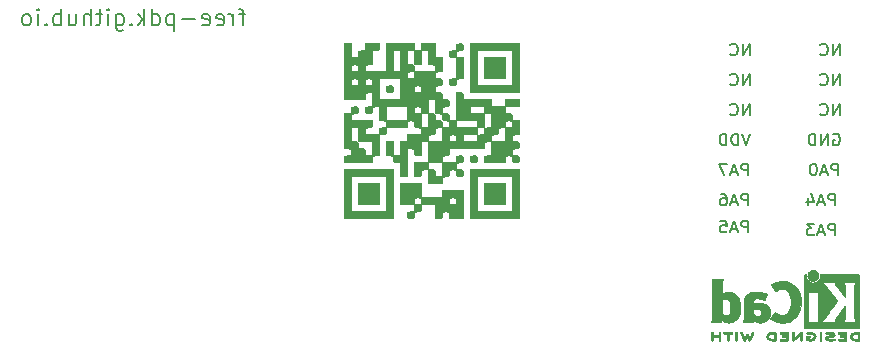
<source format=gbr>
%TF.GenerationSoftware,KiCad,Pcbnew,(5.1.6)-1*%
%TF.CreationDate,2020-09-08T21:42:59+03:00*%
%TF.ProjectId,freepdk,66726565-7064-46b2-9e6b-696361645f70,3*%
%TF.SameCoordinates,PX3c51298PY447eab0*%
%TF.FileFunction,Legend,Bot*%
%TF.FilePolarity,Positive*%
%FSLAX46Y46*%
G04 Gerber Fmt 4.6, Leading zero omitted, Abs format (unit mm)*
G04 Created by KiCad (PCBNEW (5.1.6)-1) date 2020-09-08 21:42:59*
%MOMM*%
%LPD*%
G01*
G04 APERTURE LIST*
%ADD10C,0.200000*%
%ADD11C,0.150000*%
%ADD12C,0.010000*%
G04 APERTURE END LIST*
D10*
X24232000Y30399000D02*
X23698666Y30399000D01*
X24032000Y29465667D02*
X24032000Y30665667D01*
X23965333Y30799000D01*
X23832000Y30865667D01*
X23698666Y30865667D01*
X23232000Y29465667D02*
X23232000Y30399000D01*
X23232000Y30132334D02*
X23165333Y30265667D01*
X23098666Y30332334D01*
X22965333Y30399000D01*
X22832000Y30399000D01*
X21832000Y29532334D02*
X21965333Y29465667D01*
X22232000Y29465667D01*
X22365333Y29532334D01*
X22432000Y29665667D01*
X22432000Y30199000D01*
X22365333Y30332334D01*
X22232000Y30399000D01*
X21965333Y30399000D01*
X21832000Y30332334D01*
X21765333Y30199000D01*
X21765333Y30065667D01*
X22432000Y29932334D01*
X20632000Y29532334D02*
X20765333Y29465667D01*
X21032000Y29465667D01*
X21165333Y29532334D01*
X21232000Y29665667D01*
X21232000Y30199000D01*
X21165333Y30332334D01*
X21032000Y30399000D01*
X20765333Y30399000D01*
X20632000Y30332334D01*
X20565333Y30199000D01*
X20565333Y30065667D01*
X21232000Y29932334D01*
X19965333Y29999000D02*
X18898666Y29999000D01*
X18232000Y30399000D02*
X18232000Y28999000D01*
X18232000Y30332334D02*
X18098666Y30399000D01*
X17832000Y30399000D01*
X17698666Y30332334D01*
X17632000Y30265667D01*
X17565333Y30132334D01*
X17565333Y29732334D01*
X17632000Y29599000D01*
X17698666Y29532334D01*
X17832000Y29465667D01*
X18098666Y29465667D01*
X18232000Y29532334D01*
X16365333Y29465667D02*
X16365333Y30865667D01*
X16365333Y29532334D02*
X16498666Y29465667D01*
X16765333Y29465667D01*
X16898666Y29532334D01*
X16965333Y29599000D01*
X17032000Y29732334D01*
X17032000Y30132334D01*
X16965333Y30265667D01*
X16898666Y30332334D01*
X16765333Y30399000D01*
X16498666Y30399000D01*
X16365333Y30332334D01*
X15698666Y29465667D02*
X15698666Y30865667D01*
X15565333Y29999000D02*
X15165333Y29465667D01*
X15165333Y30399000D02*
X15698666Y29865667D01*
X14565333Y29599000D02*
X14498666Y29532334D01*
X14565333Y29465667D01*
X14632000Y29532334D01*
X14565333Y29599000D01*
X14565333Y29465667D01*
X13298666Y30399000D02*
X13298666Y29265667D01*
X13365333Y29132334D01*
X13432000Y29065667D01*
X13565333Y28999000D01*
X13765333Y28999000D01*
X13898666Y29065667D01*
X13298666Y29532334D02*
X13432000Y29465667D01*
X13698666Y29465667D01*
X13832000Y29532334D01*
X13898666Y29599000D01*
X13965333Y29732334D01*
X13965333Y30132334D01*
X13898666Y30265667D01*
X13832000Y30332334D01*
X13698666Y30399000D01*
X13432000Y30399000D01*
X13298666Y30332334D01*
X12632000Y29465667D02*
X12632000Y30399000D01*
X12632000Y30865667D02*
X12698666Y30799000D01*
X12632000Y30732334D01*
X12565333Y30799000D01*
X12632000Y30865667D01*
X12632000Y30732334D01*
X12165333Y30399000D02*
X11632000Y30399000D01*
X11965333Y30865667D02*
X11965333Y29665667D01*
X11898666Y29532334D01*
X11765333Y29465667D01*
X11632000Y29465667D01*
X11165333Y29465667D02*
X11165333Y30865667D01*
X10565333Y29465667D02*
X10565333Y30199000D01*
X10632000Y30332334D01*
X10765333Y30399000D01*
X10965333Y30399000D01*
X11098666Y30332334D01*
X11165333Y30265667D01*
X9298666Y30399000D02*
X9298666Y29465667D01*
X9898666Y30399000D02*
X9898666Y29665667D01*
X9832000Y29532334D01*
X9698666Y29465667D01*
X9498666Y29465667D01*
X9365333Y29532334D01*
X9298666Y29599000D01*
X8632000Y29465667D02*
X8632000Y30865667D01*
X8632000Y30332334D02*
X8498666Y30399000D01*
X8232000Y30399000D01*
X8098666Y30332334D01*
X8032000Y30265667D01*
X7965333Y30132334D01*
X7965333Y29732334D01*
X8032000Y29599000D01*
X8098666Y29532334D01*
X8232000Y29465667D01*
X8498666Y29465667D01*
X8632000Y29532334D01*
X7365333Y29599000D02*
X7298666Y29532334D01*
X7365333Y29465667D01*
X7432000Y29532334D01*
X7365333Y29599000D01*
X7365333Y29465667D01*
X6698666Y29465667D02*
X6698666Y30399000D01*
X6698666Y30865667D02*
X6765333Y30799000D01*
X6698666Y30732334D01*
X6632000Y30799000D01*
X6698666Y30865667D01*
X6698666Y30732334D01*
X5832000Y29465667D02*
X5965333Y29532334D01*
X6032000Y29599000D01*
X6098666Y29732334D01*
X6098666Y30132334D01*
X6032000Y30265667D01*
X5965333Y30332334D01*
X5832000Y30399000D01*
X5632000Y30399000D01*
X5498666Y30332334D01*
X5432000Y30265667D01*
X5365333Y30132334D01*
X5365333Y29732334D01*
X5432000Y29599000D01*
X5498666Y29532334D01*
X5632000Y29465667D01*
X5832000Y29465667D01*
D11*
X74571714Y26919620D02*
X74571714Y27919620D01*
X74000285Y26919620D01*
X74000285Y27919620D01*
X72952666Y27014858D02*
X73000285Y26967239D01*
X73143142Y26919620D01*
X73238380Y26919620D01*
X73381238Y26967239D01*
X73476476Y27062477D01*
X73524095Y27157715D01*
X73571714Y27348191D01*
X73571714Y27491048D01*
X73524095Y27681524D01*
X73476476Y27776762D01*
X73381238Y27872000D01*
X73238380Y27919620D01*
X73143142Y27919620D01*
X73000285Y27872000D01*
X72952666Y27824381D01*
X74571714Y24379620D02*
X74571714Y25379620D01*
X74000285Y24379620D01*
X74000285Y25379620D01*
X72952666Y24474858D02*
X73000285Y24427239D01*
X73143142Y24379620D01*
X73238380Y24379620D01*
X73381238Y24427239D01*
X73476476Y24522477D01*
X73524095Y24617715D01*
X73571714Y24808191D01*
X73571714Y24951048D01*
X73524095Y25141524D01*
X73476476Y25236762D01*
X73381238Y25332000D01*
X73238380Y25379620D01*
X73143142Y25379620D01*
X73000285Y25332000D01*
X72952666Y25284381D01*
X74571714Y21839620D02*
X74571714Y22839620D01*
X74000285Y21839620D01*
X74000285Y22839620D01*
X72952666Y21934858D02*
X73000285Y21887239D01*
X73143142Y21839620D01*
X73238380Y21839620D01*
X73381238Y21887239D01*
X73476476Y21982477D01*
X73524095Y22077715D01*
X73571714Y22268191D01*
X73571714Y22411048D01*
X73524095Y22601524D01*
X73476476Y22696762D01*
X73381238Y22792000D01*
X73238380Y22839620D01*
X73143142Y22839620D01*
X73000285Y22792000D01*
X72952666Y22744381D01*
X66951714Y26919620D02*
X66951714Y27919620D01*
X66380285Y26919620D01*
X66380285Y27919620D01*
X65332666Y27014858D02*
X65380285Y26967239D01*
X65523142Y26919620D01*
X65618380Y26919620D01*
X65761238Y26967239D01*
X65856476Y27062477D01*
X65904095Y27157715D01*
X65951714Y27348191D01*
X65951714Y27491048D01*
X65904095Y27681524D01*
X65856476Y27776762D01*
X65761238Y27872000D01*
X65618380Y27919620D01*
X65523142Y27919620D01*
X65380285Y27872000D01*
X65332666Y27824381D01*
X66951714Y24379620D02*
X66951714Y25379620D01*
X66380285Y24379620D01*
X66380285Y25379620D01*
X65332666Y24474858D02*
X65380285Y24427239D01*
X65523142Y24379620D01*
X65618380Y24379620D01*
X65761238Y24427239D01*
X65856476Y24522477D01*
X65904095Y24617715D01*
X65951714Y24808191D01*
X65951714Y24951048D01*
X65904095Y25141524D01*
X65856476Y25236762D01*
X65761238Y25332000D01*
X65618380Y25379620D01*
X65523142Y25379620D01*
X65380285Y25332000D01*
X65332666Y25284381D01*
X66951714Y21839620D02*
X66951714Y22839620D01*
X66380285Y21839620D01*
X66380285Y22839620D01*
X65332666Y21934858D02*
X65380285Y21887239D01*
X65523142Y21839620D01*
X65618380Y21839620D01*
X65761238Y21887239D01*
X65856476Y21982477D01*
X65904095Y22077715D01*
X65951714Y22268191D01*
X65951714Y22411048D01*
X65904095Y22601524D01*
X65856476Y22696762D01*
X65761238Y22792000D01*
X65618380Y22839620D01*
X65523142Y22839620D01*
X65380285Y22792000D01*
X65332666Y22744381D01*
X74190666Y11679620D02*
X74190666Y12679620D01*
X73809714Y12679620D01*
X73714476Y12632000D01*
X73666857Y12584381D01*
X73619238Y12489143D01*
X73619238Y12346286D01*
X73666857Y12251048D01*
X73714476Y12203429D01*
X73809714Y12155810D01*
X74190666Y12155810D01*
X73238285Y11965334D02*
X72762095Y11965334D01*
X73333523Y11679620D02*
X73000190Y12679620D01*
X72666857Y11679620D01*
X72428761Y12679620D02*
X71809714Y12679620D01*
X72143047Y12298667D01*
X72000190Y12298667D01*
X71904952Y12251048D01*
X71857333Y12203429D01*
X71809714Y12108191D01*
X71809714Y11870096D01*
X71857333Y11774858D01*
X71904952Y11727239D01*
X72000190Y11679620D01*
X72285904Y11679620D01*
X72381142Y11727239D01*
X72428761Y11774858D01*
X74190666Y14219620D02*
X74190666Y15219620D01*
X73809714Y15219620D01*
X73714476Y15172000D01*
X73666857Y15124381D01*
X73619238Y15029143D01*
X73619238Y14886286D01*
X73666857Y14791048D01*
X73714476Y14743429D01*
X73809714Y14695810D01*
X74190666Y14695810D01*
X73238285Y14505334D02*
X72762095Y14505334D01*
X73333523Y14219620D02*
X73000190Y15219620D01*
X72666857Y14219620D01*
X71904952Y14886286D02*
X71904952Y14219620D01*
X72143047Y15267239D02*
X72381142Y14552953D01*
X71762095Y14552953D01*
X74444666Y16759620D02*
X74444666Y17759620D01*
X74063714Y17759620D01*
X73968476Y17712000D01*
X73920857Y17664381D01*
X73873238Y17569143D01*
X73873238Y17426286D01*
X73920857Y17331048D01*
X73968476Y17283429D01*
X74063714Y17235810D01*
X74444666Y17235810D01*
X73492285Y17045334D02*
X73016095Y17045334D01*
X73587523Y16759620D02*
X73254190Y17759620D01*
X72920857Y16759620D01*
X72397047Y17759620D02*
X72301809Y17759620D01*
X72206571Y17712000D01*
X72158952Y17664381D01*
X72111333Y17569143D01*
X72063714Y17378667D01*
X72063714Y17140572D01*
X72111333Y16950096D01*
X72158952Y16854858D01*
X72206571Y16807239D01*
X72301809Y16759620D01*
X72397047Y16759620D01*
X72492285Y16807239D01*
X72539904Y16854858D01*
X72587523Y16950096D01*
X72635142Y17140572D01*
X72635142Y17378667D01*
X72587523Y17569143D01*
X72539904Y17664381D01*
X72492285Y17712000D01*
X72397047Y17759620D01*
X74039904Y20252000D02*
X74135142Y20299620D01*
X74278000Y20299620D01*
X74420857Y20252000D01*
X74516095Y20156762D01*
X74563714Y20061524D01*
X74611333Y19871048D01*
X74611333Y19728191D01*
X74563714Y19537715D01*
X74516095Y19442477D01*
X74420857Y19347239D01*
X74278000Y19299620D01*
X74182761Y19299620D01*
X74039904Y19347239D01*
X73992285Y19394858D01*
X73992285Y19728191D01*
X74182761Y19728191D01*
X73563714Y19299620D02*
X73563714Y20299620D01*
X72992285Y19299620D01*
X72992285Y20299620D01*
X72516095Y19299620D02*
X72516095Y20299620D01*
X72278000Y20299620D01*
X72135142Y20252000D01*
X72039904Y20156762D01*
X71992285Y20061524D01*
X71944666Y19871048D01*
X71944666Y19728191D01*
X71992285Y19537715D01*
X72039904Y19442477D01*
X72135142Y19347239D01*
X72278000Y19299620D01*
X72516095Y19299620D01*
X66824666Y11933620D02*
X66824666Y12933620D01*
X66443714Y12933620D01*
X66348476Y12886000D01*
X66300857Y12838381D01*
X66253238Y12743143D01*
X66253238Y12600286D01*
X66300857Y12505048D01*
X66348476Y12457429D01*
X66443714Y12409810D01*
X66824666Y12409810D01*
X65872285Y12219334D02*
X65396095Y12219334D01*
X65967523Y11933620D02*
X65634190Y12933620D01*
X65300857Y11933620D01*
X64491333Y12933620D02*
X64967523Y12933620D01*
X65015142Y12457429D01*
X64967523Y12505048D01*
X64872285Y12552667D01*
X64634190Y12552667D01*
X64538952Y12505048D01*
X64491333Y12457429D01*
X64443714Y12362191D01*
X64443714Y12124096D01*
X64491333Y12028858D01*
X64538952Y11981239D01*
X64634190Y11933620D01*
X64872285Y11933620D01*
X64967523Y11981239D01*
X65015142Y12028858D01*
X66824666Y14219620D02*
X66824666Y15219620D01*
X66443714Y15219620D01*
X66348476Y15172000D01*
X66300857Y15124381D01*
X66253238Y15029143D01*
X66253238Y14886286D01*
X66300857Y14791048D01*
X66348476Y14743429D01*
X66443714Y14695810D01*
X66824666Y14695810D01*
X65872285Y14505334D02*
X65396095Y14505334D01*
X65967523Y14219620D02*
X65634190Y15219620D01*
X65300857Y14219620D01*
X64538952Y15219620D02*
X64729428Y15219620D01*
X64824666Y15172000D01*
X64872285Y15124381D01*
X64967523Y14981524D01*
X65015142Y14791048D01*
X65015142Y14410096D01*
X64967523Y14314858D01*
X64919904Y14267239D01*
X64824666Y14219620D01*
X64634190Y14219620D01*
X64538952Y14267239D01*
X64491333Y14314858D01*
X64443714Y14410096D01*
X64443714Y14648191D01*
X64491333Y14743429D01*
X64538952Y14791048D01*
X64634190Y14838667D01*
X64824666Y14838667D01*
X64919904Y14791048D01*
X64967523Y14743429D01*
X65015142Y14648191D01*
X66824666Y16759620D02*
X66824666Y17759620D01*
X66443714Y17759620D01*
X66348476Y17712000D01*
X66300857Y17664381D01*
X66253238Y17569143D01*
X66253238Y17426286D01*
X66300857Y17331048D01*
X66348476Y17283429D01*
X66443714Y17235810D01*
X66824666Y17235810D01*
X65872285Y17045334D02*
X65396095Y17045334D01*
X65967523Y16759620D02*
X65634190Y17759620D01*
X65300857Y16759620D01*
X65062761Y17759620D02*
X64396095Y17759620D01*
X64824666Y16759620D01*
X66991333Y20299620D02*
X66658000Y19299620D01*
X66324666Y20299620D01*
X65991333Y19299620D02*
X65991333Y20299620D01*
X65753238Y20299620D01*
X65610380Y20252000D01*
X65515142Y20156762D01*
X65467523Y20061524D01*
X65419904Y19871048D01*
X65419904Y19728191D01*
X65467523Y19537715D01*
X65515142Y19442477D01*
X65610380Y19347239D01*
X65753238Y19299620D01*
X65991333Y19299620D01*
X64991333Y19299620D02*
X64991333Y20299620D01*
X64753238Y20299620D01*
X64610380Y20252000D01*
X64515142Y20156762D01*
X64467523Y20061524D01*
X64419904Y19871048D01*
X64419904Y19728191D01*
X64467523Y19537715D01*
X64515142Y19442477D01*
X64610380Y19347239D01*
X64753238Y19299620D01*
X64991333Y19299620D01*
D12*
%TO.C,G\u002A\u002A\u002A*%
G36*
X44492333Y26754667D02*
G01*
X44492333Y24976667D01*
X46270333Y24976667D01*
X46270333Y26754667D01*
X44492333Y26754667D01*
G37*
X44492333Y26754667D02*
X44492333Y24976667D01*
X46270333Y24976667D01*
X46270333Y26754667D01*
X44492333Y26754667D01*
G36*
X44492333Y16086667D02*
G01*
X44492333Y14308667D01*
X46270333Y14308667D01*
X46270333Y16086667D01*
X44492333Y16086667D01*
G37*
X44492333Y16086667D02*
X44492333Y14308667D01*
X46270333Y14308667D01*
X46270333Y16086667D01*
X44492333Y16086667D01*
G36*
X36774560Y24286279D02*
G01*
X36700614Y24367731D01*
X36513889Y24383963D01*
X36491333Y24384000D01*
X36292721Y24370894D01*
X36211269Y24296947D01*
X36195037Y24110222D01*
X36195000Y24087667D01*
X36208106Y23889055D01*
X36282053Y23807603D01*
X36468778Y23791370D01*
X36491333Y23791334D01*
X36689945Y23804440D01*
X36771397Y23878386D01*
X36787630Y24065111D01*
X36787666Y24087667D01*
X36774560Y24286279D01*
G37*
X36774560Y24286279D02*
X36700614Y24367731D01*
X36513889Y24383963D01*
X36491333Y24384000D01*
X36292721Y24370894D01*
X36211269Y24296947D01*
X36195037Y24110222D01*
X36195000Y24087667D01*
X36208106Y23889055D01*
X36282053Y23807603D01*
X36468778Y23791370D01*
X36491333Y23791334D01*
X36689945Y23804440D01*
X36771397Y23878386D01*
X36787630Y24065111D01*
X36787666Y24087667D01*
X36774560Y24286279D01*
G36*
X33824333Y16086667D02*
G01*
X33824333Y14308667D01*
X35602333Y14308667D01*
X35602333Y16086667D01*
X33824333Y16086667D01*
G37*
X33824333Y16086667D02*
X33824333Y14308667D01*
X35602333Y14308667D01*
X35602333Y16086667D01*
X33824333Y16086667D01*
G36*
X43307000Y27940000D02*
G01*
X43307000Y23791334D01*
X46863000Y23791334D01*
X46863000Y24384000D01*
X43899666Y24384000D01*
X43899666Y27347334D01*
X46863000Y27347334D01*
X46863000Y24384000D01*
X46863000Y23791334D01*
X47455666Y23791334D01*
X47455666Y27940000D01*
X43307000Y27940000D01*
G37*
X43307000Y27940000D02*
X43307000Y23791334D01*
X46863000Y23791334D01*
X46863000Y24384000D01*
X43899666Y24384000D01*
X43899666Y27347334D01*
X46863000Y27347334D01*
X46863000Y24384000D01*
X46863000Y23791334D01*
X47455666Y23791334D01*
X47455666Y27940000D01*
X43307000Y27940000D01*
G36*
X43886560Y18359612D02*
G01*
X43812614Y18441064D01*
X43625889Y18457297D01*
X43603333Y18457334D01*
X43404721Y18444227D01*
X43323269Y18370281D01*
X43307037Y18183556D01*
X43307000Y18161000D01*
X43320106Y17962388D01*
X43394053Y17880936D01*
X43580778Y17864704D01*
X43603333Y17864667D01*
X43801945Y17877773D01*
X43883397Y17951720D01*
X43899630Y18138445D01*
X43899666Y18161000D01*
X43886560Y18359612D01*
G37*
X43886560Y18359612D02*
X43812614Y18441064D01*
X43625889Y18457297D01*
X43603333Y18457334D01*
X43404721Y18444227D01*
X43323269Y18370281D01*
X43307037Y18183556D01*
X43307000Y18161000D01*
X43320106Y17962388D01*
X43394053Y17880936D01*
X43580778Y17864704D01*
X43603333Y17864667D01*
X43801945Y17877773D01*
X43883397Y17951720D01*
X43899630Y18138445D01*
X43899666Y18161000D01*
X43886560Y18359612D01*
G36*
X43307000Y17272000D02*
G01*
X43307000Y13123334D01*
X46863000Y13123334D01*
X46863000Y13716000D01*
X43899666Y13716000D01*
X43899666Y16679334D01*
X46863000Y16679334D01*
X46863000Y13716000D01*
X46863000Y13123334D01*
X47455666Y13123334D01*
X47455666Y17272000D01*
X43307000Y17272000D01*
G37*
X43307000Y17272000D02*
X43307000Y13123334D01*
X46863000Y13123334D01*
X46863000Y13716000D01*
X43899666Y13716000D01*
X43899666Y16679334D01*
X46863000Y16679334D01*
X46863000Y13716000D01*
X46863000Y13123334D01*
X47455666Y13123334D01*
X47455666Y17272000D01*
X43307000Y17272000D01*
G36*
X42418000Y26754667D02*
G01*
X42219388Y26767773D01*
X42137936Y26841720D01*
X42121703Y27028445D01*
X42121666Y27051000D01*
X42134773Y27249612D01*
X42208719Y27331064D01*
X42395444Y27347297D01*
X42418000Y27347334D01*
X42616612Y27360440D01*
X42698064Y27434386D01*
X42714296Y27621111D01*
X42714333Y27643667D01*
X42701227Y27842279D01*
X42627280Y27923731D01*
X42440555Y27939963D01*
X42418000Y27940000D01*
X42219388Y27926894D01*
X42137936Y27852947D01*
X42121703Y27666222D01*
X42121666Y27643667D01*
X42108560Y27445055D01*
X42034614Y27363603D01*
X41847889Y27347370D01*
X41825333Y27347334D01*
X41626721Y27334227D01*
X41545269Y27260281D01*
X41529037Y27073556D01*
X41529000Y27051000D01*
X41542106Y26852388D01*
X41616053Y26770936D01*
X41802778Y26754704D01*
X41825333Y26754667D01*
X42121666Y26754667D01*
X42121666Y24976667D01*
X41825333Y24976667D01*
X41626721Y24963560D01*
X41545269Y24889614D01*
X41529037Y24702889D01*
X41529000Y24680334D01*
X41542106Y24481722D01*
X41616053Y24400269D01*
X41802778Y24384037D01*
X41825333Y24384000D01*
X42023945Y24397107D01*
X42105397Y24471053D01*
X42121630Y24657778D01*
X42121666Y24680334D01*
X42134773Y24878945D01*
X42208719Y24960398D01*
X42395444Y24976630D01*
X42418000Y24976667D01*
X42714333Y24976667D01*
X42714333Y26754667D01*
X42418000Y26754667D01*
G37*
X42418000Y26754667D02*
X42219388Y26767773D01*
X42137936Y26841720D01*
X42121703Y27028445D01*
X42121666Y27051000D01*
X42134773Y27249612D01*
X42208719Y27331064D01*
X42395444Y27347297D01*
X42418000Y27347334D01*
X42616612Y27360440D01*
X42698064Y27434386D01*
X42714296Y27621111D01*
X42714333Y27643667D01*
X42701227Y27842279D01*
X42627280Y27923731D01*
X42440555Y27939963D01*
X42418000Y27940000D01*
X42219388Y27926894D01*
X42137936Y27852947D01*
X42121703Y27666222D01*
X42121666Y27643667D01*
X42108560Y27445055D01*
X42034614Y27363603D01*
X41847889Y27347370D01*
X41825333Y27347334D01*
X41626721Y27334227D01*
X41545269Y27260281D01*
X41529037Y27073556D01*
X41529000Y27051000D01*
X41542106Y26852388D01*
X41616053Y26770936D01*
X41802778Y26754704D01*
X41825333Y26754667D01*
X42121666Y26754667D01*
X42121666Y24976667D01*
X41825333Y24976667D01*
X41626721Y24963560D01*
X41545269Y24889614D01*
X41529037Y24702889D01*
X41529000Y24680334D01*
X41542106Y24481722D01*
X41616053Y24400269D01*
X41802778Y24384037D01*
X41825333Y24384000D01*
X42023945Y24397107D01*
X42105397Y24471053D01*
X42121630Y24657778D01*
X42121666Y24680334D01*
X42134773Y24878945D01*
X42208719Y24960398D01*
X42395444Y24976630D01*
X42418000Y24976667D01*
X42714333Y24976667D01*
X42714333Y26754667D01*
X42418000Y26754667D01*
G36*
X40936333Y15494000D02*
G01*
X40936333Y14901334D01*
X39158333Y14901334D01*
X39158333Y16086667D01*
X37380333Y16086667D01*
X37380333Y14308667D01*
X38565666Y14308667D01*
X38565666Y14012334D01*
X38552560Y13813722D01*
X38478614Y13732269D01*
X38291889Y13716037D01*
X38269333Y13716000D01*
X38070721Y13702894D01*
X37989269Y13628947D01*
X37973037Y13442222D01*
X37973000Y13419667D01*
X37986106Y13221055D01*
X38060053Y13139603D01*
X38246778Y13123370D01*
X38269333Y13123334D01*
X38467945Y13136440D01*
X38549397Y13210386D01*
X38565630Y13397111D01*
X38565666Y13419667D01*
X38578773Y13618279D01*
X38652719Y13699731D01*
X38839444Y13715963D01*
X38862000Y13716000D01*
X38862000Y14308667D01*
X38663388Y14321773D01*
X38581936Y14395720D01*
X38565703Y14582445D01*
X38565666Y14605000D01*
X38578773Y14803612D01*
X38652719Y14885064D01*
X38839444Y14901297D01*
X38862000Y14901334D01*
X39060612Y14888227D01*
X39142064Y14814281D01*
X39158296Y14627556D01*
X39158333Y14605000D01*
X39145227Y14406388D01*
X39071280Y14324936D01*
X38884555Y14308704D01*
X38862000Y14308667D01*
X38862000Y13716000D01*
X39060612Y13729107D01*
X39142064Y13803053D01*
X39158296Y13989778D01*
X39158333Y14012334D01*
X39158333Y14308667D01*
X40343666Y14308667D01*
X40343666Y13123334D01*
X40640000Y13123334D01*
X40838612Y13136440D01*
X40920064Y13210386D01*
X40936296Y13397111D01*
X40936333Y13419667D01*
X40949440Y13618279D01*
X41023386Y13699731D01*
X41210111Y13715963D01*
X41232666Y13716000D01*
X41431278Y13702894D01*
X41512731Y13628947D01*
X41528963Y13442222D01*
X41529000Y13419667D01*
X41529000Y13123334D01*
X41825333Y13123334D01*
X41825333Y14308667D01*
X41626721Y14321773D01*
X41545269Y14395720D01*
X41529037Y14582445D01*
X41529000Y14605000D01*
X41542106Y14803612D01*
X41616053Y14885064D01*
X41802778Y14901297D01*
X41825333Y14901334D01*
X42023945Y14888227D01*
X42105397Y14814281D01*
X42121630Y14627556D01*
X42121666Y14605000D01*
X42108560Y14406388D01*
X42034614Y14324936D01*
X41847889Y14308704D01*
X41825333Y14308667D01*
X41825333Y13123334D01*
X42714333Y13123334D01*
X42714333Y15494000D01*
X40936333Y15494000D01*
G37*
X40936333Y15494000D02*
X40936333Y14901334D01*
X39158333Y14901334D01*
X39158333Y16086667D01*
X37380333Y16086667D01*
X37380333Y14308667D01*
X38565666Y14308667D01*
X38565666Y14012334D01*
X38552560Y13813722D01*
X38478614Y13732269D01*
X38291889Y13716037D01*
X38269333Y13716000D01*
X38070721Y13702894D01*
X37989269Y13628947D01*
X37973037Y13442222D01*
X37973000Y13419667D01*
X37986106Y13221055D01*
X38060053Y13139603D01*
X38246778Y13123370D01*
X38269333Y13123334D01*
X38467945Y13136440D01*
X38549397Y13210386D01*
X38565630Y13397111D01*
X38565666Y13419667D01*
X38578773Y13618279D01*
X38652719Y13699731D01*
X38839444Y13715963D01*
X38862000Y13716000D01*
X38862000Y14308667D01*
X38663388Y14321773D01*
X38581936Y14395720D01*
X38565703Y14582445D01*
X38565666Y14605000D01*
X38578773Y14803612D01*
X38652719Y14885064D01*
X38839444Y14901297D01*
X38862000Y14901334D01*
X39060612Y14888227D01*
X39142064Y14814281D01*
X39158296Y14627556D01*
X39158333Y14605000D01*
X39145227Y14406388D01*
X39071280Y14324936D01*
X38884555Y14308704D01*
X38862000Y14308667D01*
X38862000Y13716000D01*
X39060612Y13729107D01*
X39142064Y13803053D01*
X39158296Y13989778D01*
X39158333Y14012334D01*
X39158333Y14308667D01*
X40343666Y14308667D01*
X40343666Y13123334D01*
X40640000Y13123334D01*
X40838612Y13136440D01*
X40920064Y13210386D01*
X40936296Y13397111D01*
X40936333Y13419667D01*
X40949440Y13618279D01*
X41023386Y13699731D01*
X41210111Y13715963D01*
X41232666Y13716000D01*
X41431278Y13702894D01*
X41512731Y13628947D01*
X41528963Y13442222D01*
X41529000Y13419667D01*
X41529000Y13123334D01*
X41825333Y13123334D01*
X41825333Y14308667D01*
X41626721Y14321773D01*
X41545269Y14395720D01*
X41529037Y14582445D01*
X41529000Y14605000D01*
X41542106Y14803612D01*
X41616053Y14885064D01*
X41802778Y14901297D01*
X41825333Y14901334D01*
X42023945Y14888227D01*
X42105397Y14814281D01*
X42121630Y14627556D01*
X42121666Y14605000D01*
X42108560Y14406388D01*
X42034614Y14324936D01*
X41847889Y14308704D01*
X41825333Y14308667D01*
X41825333Y13123334D01*
X42714333Y13123334D01*
X42714333Y15494000D01*
X40936333Y15494000D01*
G36*
X45085000Y22606000D02*
G01*
X45085000Y23198667D01*
X42714333Y23198667D01*
X42714333Y23495000D01*
X42701227Y23693612D01*
X42627280Y23775064D01*
X42440555Y23791297D01*
X42418000Y23791334D01*
X42121666Y23791334D01*
X42121666Y21420667D01*
X41825333Y21420667D01*
X41626721Y21433773D01*
X41545269Y21507720D01*
X41529037Y21694445D01*
X41529000Y21717000D01*
X41515893Y21915612D01*
X41441947Y21997064D01*
X41255222Y22013297D01*
X41232666Y22013334D01*
X41034055Y22026440D01*
X40952602Y22100386D01*
X40936370Y22287111D01*
X40936333Y22309667D01*
X40949440Y22508279D01*
X41023386Y22589731D01*
X41210111Y22605963D01*
X41232666Y22606000D01*
X41431278Y22619107D01*
X41512731Y22693053D01*
X41528963Y22879778D01*
X41529000Y22902334D01*
X41515893Y23100945D01*
X41441947Y23182398D01*
X41255222Y23198630D01*
X41232666Y23198667D01*
X41034055Y23211773D01*
X40952602Y23285720D01*
X40936370Y23472445D01*
X40936333Y23495000D01*
X40923227Y23693612D01*
X40849280Y23775064D01*
X40662555Y23791297D01*
X40640000Y23791334D01*
X40441388Y23804440D01*
X40359936Y23878386D01*
X40343703Y24065111D01*
X40343666Y24087667D01*
X40356773Y24286279D01*
X40430719Y24367731D01*
X40617444Y24383963D01*
X40640000Y24384000D01*
X40838612Y24397107D01*
X40920064Y24471053D01*
X40936296Y24657778D01*
X40936333Y24680334D01*
X40923227Y24878945D01*
X40849280Y24960398D01*
X40662555Y24976630D01*
X40640000Y24976667D01*
X40441388Y24989773D01*
X40359936Y25063720D01*
X40343703Y25250445D01*
X40343666Y25273000D01*
X40356773Y25471612D01*
X40430719Y25553064D01*
X40617444Y25569297D01*
X40640000Y25569334D01*
X40936333Y25569334D01*
X40936333Y26754667D01*
X40343666Y26754667D01*
X40343666Y27940000D01*
X39158333Y27940000D01*
X39158333Y27643667D01*
X39145227Y27445055D01*
X39071280Y27363603D01*
X38884555Y27347370D01*
X38862000Y27347334D01*
X38663388Y27360440D01*
X38581936Y27434386D01*
X38565703Y27621111D01*
X38565666Y27643667D01*
X38565666Y27940000D01*
X36195000Y27940000D01*
X36195000Y25569334D01*
X34417000Y25569334D01*
X34417000Y25865667D01*
X34430106Y26064279D01*
X34504053Y26145731D01*
X34690778Y26161963D01*
X34713333Y26162000D01*
X35009666Y26162000D01*
X35009666Y27347334D01*
X35306000Y27347334D01*
X35504612Y27360440D01*
X35586064Y27434386D01*
X35602296Y27621111D01*
X35602333Y27643667D01*
X35602333Y27940000D01*
X34417000Y27940000D01*
X34417000Y27643667D01*
X34403893Y27445055D01*
X34329947Y27363603D01*
X34143222Y27347370D01*
X34120666Y27347334D01*
X33922055Y27334227D01*
X33840602Y27260281D01*
X33824370Y27073556D01*
X33824333Y27051000D01*
X33811227Y26852388D01*
X33737280Y26770936D01*
X33550555Y26754704D01*
X33528000Y26754667D01*
X33231666Y26754667D01*
X33231666Y27940000D01*
X32639000Y27940000D01*
X32639000Y23198667D01*
X33528000Y23198667D01*
X33528000Y24384000D01*
X33329388Y24397107D01*
X33247936Y24471053D01*
X33231703Y24657778D01*
X33231666Y24680334D01*
X33244773Y24878945D01*
X33318719Y24960398D01*
X33505444Y24976630D01*
X33528000Y24976667D01*
X33528000Y25569334D01*
X33329388Y25582440D01*
X33247936Y25656386D01*
X33231703Y25843111D01*
X33231666Y25865667D01*
X33244773Y26064279D01*
X33318719Y26145731D01*
X33505444Y26161963D01*
X33528000Y26162000D01*
X33726612Y26148894D01*
X33808064Y26074947D01*
X33824296Y25888222D01*
X33824333Y25865667D01*
X33811227Y25667055D01*
X33737280Y25585603D01*
X33550555Y25569370D01*
X33528000Y25569334D01*
X33528000Y24976667D01*
X33726612Y24963560D01*
X33808064Y24889614D01*
X33824296Y24702889D01*
X33824333Y24680334D01*
X33811227Y24481722D01*
X33737280Y24400269D01*
X33550555Y24384037D01*
X33528000Y24384000D01*
X33528000Y23198667D01*
X34417000Y23198667D01*
X34417000Y23495000D01*
X34430106Y23693612D01*
X34504053Y23775064D01*
X34690778Y23791297D01*
X34713333Y23791334D01*
X34713333Y24384000D01*
X34514721Y24397107D01*
X34433269Y24471053D01*
X34417037Y24657778D01*
X34417000Y24680334D01*
X34430106Y24878945D01*
X34504053Y24960398D01*
X34690778Y24976630D01*
X34713333Y24976667D01*
X34911945Y24963560D01*
X34993397Y24889614D01*
X35009630Y24702889D01*
X35009666Y24680334D01*
X34996560Y24481722D01*
X34922614Y24400269D01*
X34735889Y24384037D01*
X34713333Y24384000D01*
X34713333Y23791334D01*
X35009666Y23791334D01*
X35009666Y22606000D01*
X34713333Y22606000D01*
X34514721Y22592894D01*
X34433269Y22518947D01*
X34417037Y22332222D01*
X34417000Y22309667D01*
X34430106Y22111055D01*
X34504053Y22029603D01*
X34690778Y22013370D01*
X34713333Y22013334D01*
X34911945Y22026440D01*
X34993397Y22100386D01*
X35009630Y22287111D01*
X35009666Y22309667D01*
X35022773Y22508279D01*
X35096719Y22589731D01*
X35283444Y22605963D01*
X35306000Y22606000D01*
X35602333Y22606000D01*
X35602333Y21420667D01*
X35898666Y21420667D01*
X36097278Y21407560D01*
X36178731Y21333614D01*
X36194963Y21146889D01*
X36195000Y21124334D01*
X36181893Y20925722D01*
X36107947Y20844269D01*
X35921222Y20828037D01*
X35898666Y20828000D01*
X35700055Y20814894D01*
X35618602Y20740947D01*
X35602370Y20554222D01*
X35602333Y20531667D01*
X35602333Y20235334D01*
X35898666Y20235334D01*
X36097278Y20248440D01*
X36178731Y20322386D01*
X36194963Y20509111D01*
X36195000Y20531667D01*
X36195000Y20828000D01*
X37973000Y20828000D01*
X37973000Y21124334D01*
X37973000Y21420667D01*
X36195000Y21420667D01*
X36195000Y22606000D01*
X37380333Y22606000D01*
X37380333Y23198667D01*
X35602333Y23198667D01*
X35602333Y24976667D01*
X37380333Y24976667D01*
X37380333Y25569334D01*
X36787666Y25569334D01*
X36787666Y27347334D01*
X37380333Y27347334D01*
X37380333Y25569334D01*
X37380333Y24976667D01*
X37380333Y23198667D01*
X37380333Y22606000D01*
X37973000Y22606000D01*
X37973000Y21420667D01*
X37973000Y21124334D01*
X37986106Y21322945D01*
X38060053Y21404398D01*
X38246778Y21420630D01*
X38269333Y21420667D01*
X38269333Y24976667D01*
X38070721Y24989773D01*
X37989269Y25063720D01*
X37973037Y25250445D01*
X37973000Y25273000D01*
X37986106Y25471612D01*
X38060053Y25553064D01*
X38246778Y25569297D01*
X38269333Y25569334D01*
X38467945Y25582440D01*
X38549397Y25656386D01*
X38565630Y25843111D01*
X38565666Y25865667D01*
X38552560Y26064279D01*
X38478614Y26145731D01*
X38291889Y26161963D01*
X38269333Y26162000D01*
X37973000Y26162000D01*
X37973000Y27347334D01*
X38565666Y27347334D01*
X38565666Y26162000D01*
X39158333Y26162000D01*
X39158333Y27347334D01*
X39751000Y27347334D01*
X39751000Y26162000D01*
X40047333Y26162000D01*
X40245945Y26148894D01*
X40327397Y26074947D01*
X40343630Y25888222D01*
X40343666Y25865667D01*
X40343666Y25569334D01*
X38565666Y25569334D01*
X38565666Y25273000D01*
X38552560Y25074388D01*
X38478614Y24992936D01*
X38291889Y24976704D01*
X38269333Y24976667D01*
X38269333Y21420667D01*
X38467945Y21407560D01*
X38549397Y21333614D01*
X38565630Y21146889D01*
X38565666Y21124334D01*
X38578773Y20925722D01*
X38652719Y20844269D01*
X38839444Y20828037D01*
X38862000Y20828000D01*
X39060612Y20814894D01*
X39142064Y20740947D01*
X39158296Y20554222D01*
X39158333Y20531667D01*
X39158333Y20235334D01*
X37973000Y20235334D01*
X37973000Y19939000D01*
X37959893Y19740388D01*
X37885947Y19658936D01*
X37699222Y19642704D01*
X37676666Y19642667D01*
X37380333Y19642667D01*
X37380333Y18457334D01*
X36787666Y18457334D01*
X36787666Y19642667D01*
X36195000Y19642667D01*
X36195000Y18457334D01*
X36491333Y18457334D01*
X36689945Y18444227D01*
X36771397Y18370281D01*
X36787630Y18183556D01*
X36787666Y18161000D01*
X36800773Y17962388D01*
X36874719Y17880936D01*
X37061444Y17864704D01*
X37084000Y17864667D01*
X37380333Y17864667D01*
X37380333Y16679334D01*
X37973000Y16679334D01*
X37973000Y19050000D01*
X38269333Y19050000D01*
X38467945Y19036894D01*
X38549397Y18962947D01*
X38565630Y18776222D01*
X38565666Y18753667D01*
X38578773Y18555055D01*
X38652719Y18473603D01*
X38839444Y18457370D01*
X38862000Y18457334D01*
X39158333Y18457334D01*
X39158333Y19642667D01*
X39751000Y19642667D01*
X39751000Y17864667D01*
X38565666Y17864667D01*
X38565666Y16679334D01*
X38862000Y16679334D01*
X39060612Y16692440D01*
X39142064Y16766386D01*
X39158296Y16953111D01*
X39158333Y16975667D01*
X39171440Y17174279D01*
X39245386Y17255731D01*
X39432111Y17271963D01*
X39454666Y17272000D01*
X39751000Y17272000D01*
X39751000Y16086667D01*
X40936333Y16086667D01*
X40936333Y16383000D01*
X40936333Y16679334D01*
X40640000Y16679334D01*
X40441388Y16692440D01*
X40359936Y16766386D01*
X40343703Y16953111D01*
X40343666Y16975667D01*
X40330560Y17174279D01*
X40256614Y17255731D01*
X40069889Y17271963D01*
X40047333Y17272000D01*
X39848721Y17285107D01*
X39767269Y17359053D01*
X39751037Y17545778D01*
X39751000Y17568334D01*
X39751000Y17864667D01*
X40936333Y17864667D01*
X40936333Y16679334D01*
X40936333Y16383000D01*
X40949440Y16581612D01*
X41023386Y16663064D01*
X41210111Y16679297D01*
X41232666Y16679334D01*
X41431278Y16692440D01*
X41512731Y16766386D01*
X41528963Y16953111D01*
X41529000Y16975667D01*
X41542106Y17174279D01*
X41616053Y17255731D01*
X41802778Y17271963D01*
X41825333Y17272000D01*
X42023945Y17258894D01*
X42105397Y17184947D01*
X42121630Y16998222D01*
X42121666Y16975667D01*
X42134773Y16777055D01*
X42208719Y16695603D01*
X42395444Y16679370D01*
X42418000Y16679334D01*
X42616612Y16692440D01*
X42698064Y16766386D01*
X42714296Y16953111D01*
X42714333Y16975667D01*
X42701227Y17174279D01*
X42627280Y17255731D01*
X42440555Y17271963D01*
X42418000Y17272000D01*
X42219388Y17285107D01*
X42137936Y17359053D01*
X42121703Y17545778D01*
X42121666Y17568334D01*
X42134773Y17766945D01*
X42208719Y17848398D01*
X42395444Y17864630D01*
X42418000Y17864667D01*
X42616612Y17877773D01*
X42698064Y17951720D01*
X42714296Y18138445D01*
X42714333Y18161000D01*
X42701227Y18359612D01*
X42627280Y18441064D01*
X42440555Y18457297D01*
X42418000Y18457334D01*
X42219388Y18444227D01*
X42137936Y18370281D01*
X42121703Y18183556D01*
X42121666Y18161000D01*
X42121666Y17864667D01*
X40936333Y17864667D01*
X40936333Y18161000D01*
X40936333Y19642667D01*
X39751000Y19642667D01*
X39751000Y19939000D01*
X39751000Y20828000D01*
X39158333Y20828000D01*
X39158333Y22013334D01*
X38862000Y22013334D01*
X38663388Y22026440D01*
X38581936Y22100386D01*
X38565703Y22287111D01*
X38565666Y22309667D01*
X38578773Y22508279D01*
X38652719Y22589731D01*
X38839444Y22605963D01*
X38862000Y22606000D01*
X38862000Y23791334D01*
X38663388Y23804440D01*
X38581936Y23878386D01*
X38565703Y24065111D01*
X38565666Y24087667D01*
X38578773Y24286279D01*
X38652719Y24367731D01*
X38839444Y24383963D01*
X38862000Y24384000D01*
X39060612Y24370894D01*
X39142064Y24296947D01*
X39158296Y24110222D01*
X39158333Y24087667D01*
X39145227Y23889055D01*
X39071280Y23807603D01*
X38884555Y23791370D01*
X38862000Y23791334D01*
X38862000Y22606000D01*
X39060612Y22592894D01*
X39142064Y22518947D01*
X39158296Y22332222D01*
X39158333Y22309667D01*
X39171440Y22111055D01*
X39245386Y22029603D01*
X39432111Y22013370D01*
X39454666Y22013334D01*
X39751000Y22013334D01*
X39751000Y20828000D01*
X39751000Y19939000D01*
X39764106Y20137612D01*
X39838053Y20219064D01*
X40024778Y20235297D01*
X40047333Y20235334D01*
X40245945Y20248440D01*
X40327397Y20322386D01*
X40343630Y20509111D01*
X40343666Y20531667D01*
X40356773Y20730279D01*
X40430719Y20811731D01*
X40617444Y20827963D01*
X40640000Y20828000D01*
X40838612Y20841107D01*
X40920064Y20915053D01*
X40936296Y21101778D01*
X40936333Y21124334D01*
X40923227Y21322945D01*
X40849280Y21404398D01*
X40662555Y21420630D01*
X40640000Y21420667D01*
X40441388Y21433773D01*
X40359936Y21507720D01*
X40343703Y21694445D01*
X40343666Y21717000D01*
X40330560Y21915612D01*
X40256614Y21997064D01*
X40069889Y22013297D01*
X40047333Y22013334D01*
X39751000Y22013334D01*
X39751000Y23198667D01*
X40343666Y23198667D01*
X40343666Y22013334D01*
X40640000Y22013334D01*
X40838612Y22000227D01*
X40920064Y21926281D01*
X40936296Y21739556D01*
X40936333Y21717000D01*
X40949440Y21518388D01*
X41023386Y21436936D01*
X41210111Y21420704D01*
X41232666Y21420667D01*
X41431278Y21407560D01*
X41512731Y21333614D01*
X41528963Y21146889D01*
X41529000Y21124334D01*
X41515893Y20925722D01*
X41441947Y20844269D01*
X41255222Y20828037D01*
X41232666Y20828000D01*
X40936333Y20828000D01*
X40936333Y19642667D01*
X40936333Y18161000D01*
X40949440Y18359612D01*
X41023386Y18441064D01*
X41210111Y18457297D01*
X41232666Y18457334D01*
X41431278Y18470440D01*
X41512731Y18544386D01*
X41528963Y18731111D01*
X41529000Y18753667D01*
X41529000Y19050000D01*
X41825333Y19050000D01*
X41825333Y19642667D01*
X41626721Y19655773D01*
X41545269Y19729720D01*
X41529037Y19916445D01*
X41529000Y19939000D01*
X41542106Y20137612D01*
X41616053Y20219064D01*
X41802778Y20235297D01*
X41825333Y20235334D01*
X42023945Y20222227D01*
X42105397Y20148281D01*
X42121630Y19961556D01*
X42121666Y19939000D01*
X42108560Y19740388D01*
X42034614Y19658936D01*
X41847889Y19642704D01*
X41825333Y19642667D01*
X41825333Y19050000D01*
X43899666Y19050000D01*
X43899666Y19642667D01*
X42714333Y19642667D01*
X42714333Y20235334D01*
X43899666Y20235334D01*
X43899666Y20828000D01*
X42121666Y20828000D01*
X42121666Y21420667D01*
X43899666Y21420667D01*
X43899666Y21124334D01*
X43912773Y20925722D01*
X43986719Y20844269D01*
X44173444Y20828037D01*
X44196000Y20828000D01*
X44492333Y20828000D01*
X44492333Y22013334D01*
X43307000Y22013334D01*
X43307000Y22606000D01*
X44492333Y22606000D01*
X44492333Y22309667D01*
X44505440Y22111055D01*
X44579386Y22029603D01*
X44766111Y22013370D01*
X44788666Y22013334D01*
X45085000Y22013334D01*
X45085000Y20828000D01*
X44788666Y20828000D01*
X44590055Y20814894D01*
X44508602Y20740947D01*
X44492370Y20554222D01*
X44492333Y20531667D01*
X44479227Y20333055D01*
X44405280Y20251603D01*
X44218555Y20235370D01*
X44196000Y20235334D01*
X43997388Y20222227D01*
X43915936Y20148281D01*
X43899703Y19961556D01*
X43899666Y19939000D01*
X43899666Y19642667D01*
X43899666Y19050000D01*
X44492333Y19050000D01*
X44492333Y19346334D01*
X44505440Y19544945D01*
X44579386Y19626398D01*
X44766111Y19642630D01*
X44788666Y19642667D01*
X45085000Y19642667D01*
X45085000Y18457334D01*
X44788666Y18457334D01*
X44590055Y18444227D01*
X44508602Y18370281D01*
X44492370Y18183556D01*
X44492333Y18161000D01*
X44492333Y17864667D01*
X46270333Y17864667D01*
X46270333Y18161000D01*
X46270333Y19642667D01*
X45085000Y19642667D01*
X45085000Y19939000D01*
X45098106Y20137612D01*
X45172053Y20219064D01*
X45358778Y20235297D01*
X45381333Y20235334D01*
X45579945Y20248440D01*
X45661397Y20322386D01*
X45677630Y20509111D01*
X45677666Y20531667D01*
X45690773Y20730279D01*
X45764719Y20811731D01*
X45951444Y20827963D01*
X45974000Y20828000D01*
X46172612Y20841107D01*
X46254064Y20915053D01*
X46270296Y21101778D01*
X46270333Y21124334D01*
X46283440Y21322945D01*
X46357386Y21404398D01*
X46544111Y21420630D01*
X46566666Y21420667D01*
X46765278Y21407560D01*
X46846731Y21333614D01*
X46862963Y21146889D01*
X46863000Y21124334D01*
X46849893Y20925722D01*
X46775947Y20844269D01*
X46589222Y20828037D01*
X46566666Y20828000D01*
X46270333Y20828000D01*
X46270333Y19642667D01*
X46270333Y18161000D01*
X46283440Y18359612D01*
X46357386Y18441064D01*
X46544111Y18457297D01*
X46566666Y18457334D01*
X46765278Y18444227D01*
X46846731Y18370281D01*
X46862963Y18183556D01*
X46863000Y18161000D01*
X46876106Y17962388D01*
X46950053Y17880936D01*
X47136778Y17864704D01*
X47159333Y17864667D01*
X47357945Y17877773D01*
X47439397Y17951720D01*
X47455630Y18138445D01*
X47455666Y18161000D01*
X47442560Y18359612D01*
X47368614Y18441064D01*
X47181889Y18457297D01*
X47159333Y18457334D01*
X46960721Y18470440D01*
X46879269Y18544386D01*
X46863037Y18731111D01*
X46863000Y18753667D01*
X46876106Y18952279D01*
X46950053Y19033731D01*
X47136778Y19049963D01*
X47159333Y19050000D01*
X47357945Y19063107D01*
X47439397Y19137053D01*
X47455630Y19323778D01*
X47455666Y19346334D01*
X47442560Y19544945D01*
X47368614Y19626398D01*
X47181889Y19642630D01*
X47159333Y19642667D01*
X46960721Y19655773D01*
X46879269Y19729720D01*
X46863037Y19916445D01*
X46863000Y19939000D01*
X46876106Y20137612D01*
X46950053Y20219064D01*
X47136778Y20235297D01*
X47159333Y20235334D01*
X47455666Y20235334D01*
X47455666Y21420667D01*
X47159333Y21420667D01*
X46960721Y21433773D01*
X46879269Y21507720D01*
X46863037Y21694445D01*
X46863000Y21717000D01*
X46849893Y21915612D01*
X46775947Y21997064D01*
X46589222Y22013297D01*
X46566666Y22013334D01*
X46368055Y22026440D01*
X46286602Y22100386D01*
X46270370Y22287111D01*
X46270333Y22309667D01*
X46270333Y22606000D01*
X45085000Y22606000D01*
G37*
X45085000Y22606000D02*
X45085000Y23198667D01*
X42714333Y23198667D01*
X42714333Y23495000D01*
X42701227Y23693612D01*
X42627280Y23775064D01*
X42440555Y23791297D01*
X42418000Y23791334D01*
X42121666Y23791334D01*
X42121666Y21420667D01*
X41825333Y21420667D01*
X41626721Y21433773D01*
X41545269Y21507720D01*
X41529037Y21694445D01*
X41529000Y21717000D01*
X41515893Y21915612D01*
X41441947Y21997064D01*
X41255222Y22013297D01*
X41232666Y22013334D01*
X41034055Y22026440D01*
X40952602Y22100386D01*
X40936370Y22287111D01*
X40936333Y22309667D01*
X40949440Y22508279D01*
X41023386Y22589731D01*
X41210111Y22605963D01*
X41232666Y22606000D01*
X41431278Y22619107D01*
X41512731Y22693053D01*
X41528963Y22879778D01*
X41529000Y22902334D01*
X41515893Y23100945D01*
X41441947Y23182398D01*
X41255222Y23198630D01*
X41232666Y23198667D01*
X41034055Y23211773D01*
X40952602Y23285720D01*
X40936370Y23472445D01*
X40936333Y23495000D01*
X40923227Y23693612D01*
X40849280Y23775064D01*
X40662555Y23791297D01*
X40640000Y23791334D01*
X40441388Y23804440D01*
X40359936Y23878386D01*
X40343703Y24065111D01*
X40343666Y24087667D01*
X40356773Y24286279D01*
X40430719Y24367731D01*
X40617444Y24383963D01*
X40640000Y24384000D01*
X40838612Y24397107D01*
X40920064Y24471053D01*
X40936296Y24657778D01*
X40936333Y24680334D01*
X40923227Y24878945D01*
X40849280Y24960398D01*
X40662555Y24976630D01*
X40640000Y24976667D01*
X40441388Y24989773D01*
X40359936Y25063720D01*
X40343703Y25250445D01*
X40343666Y25273000D01*
X40356773Y25471612D01*
X40430719Y25553064D01*
X40617444Y25569297D01*
X40640000Y25569334D01*
X40936333Y25569334D01*
X40936333Y26754667D01*
X40343666Y26754667D01*
X40343666Y27940000D01*
X39158333Y27940000D01*
X39158333Y27643667D01*
X39145227Y27445055D01*
X39071280Y27363603D01*
X38884555Y27347370D01*
X38862000Y27347334D01*
X38663388Y27360440D01*
X38581936Y27434386D01*
X38565703Y27621111D01*
X38565666Y27643667D01*
X38565666Y27940000D01*
X36195000Y27940000D01*
X36195000Y25569334D01*
X34417000Y25569334D01*
X34417000Y25865667D01*
X34430106Y26064279D01*
X34504053Y26145731D01*
X34690778Y26161963D01*
X34713333Y26162000D01*
X35009666Y26162000D01*
X35009666Y27347334D01*
X35306000Y27347334D01*
X35504612Y27360440D01*
X35586064Y27434386D01*
X35602296Y27621111D01*
X35602333Y27643667D01*
X35602333Y27940000D01*
X34417000Y27940000D01*
X34417000Y27643667D01*
X34403893Y27445055D01*
X34329947Y27363603D01*
X34143222Y27347370D01*
X34120666Y27347334D01*
X33922055Y27334227D01*
X33840602Y27260281D01*
X33824370Y27073556D01*
X33824333Y27051000D01*
X33811227Y26852388D01*
X33737280Y26770936D01*
X33550555Y26754704D01*
X33528000Y26754667D01*
X33231666Y26754667D01*
X33231666Y27940000D01*
X32639000Y27940000D01*
X32639000Y23198667D01*
X33528000Y23198667D01*
X33528000Y24384000D01*
X33329388Y24397107D01*
X33247936Y24471053D01*
X33231703Y24657778D01*
X33231666Y24680334D01*
X33244773Y24878945D01*
X33318719Y24960398D01*
X33505444Y24976630D01*
X33528000Y24976667D01*
X33528000Y25569334D01*
X33329388Y25582440D01*
X33247936Y25656386D01*
X33231703Y25843111D01*
X33231666Y25865667D01*
X33244773Y26064279D01*
X33318719Y26145731D01*
X33505444Y26161963D01*
X33528000Y26162000D01*
X33726612Y26148894D01*
X33808064Y26074947D01*
X33824296Y25888222D01*
X33824333Y25865667D01*
X33811227Y25667055D01*
X33737280Y25585603D01*
X33550555Y25569370D01*
X33528000Y25569334D01*
X33528000Y24976667D01*
X33726612Y24963560D01*
X33808064Y24889614D01*
X33824296Y24702889D01*
X33824333Y24680334D01*
X33811227Y24481722D01*
X33737280Y24400269D01*
X33550555Y24384037D01*
X33528000Y24384000D01*
X33528000Y23198667D01*
X34417000Y23198667D01*
X34417000Y23495000D01*
X34430106Y23693612D01*
X34504053Y23775064D01*
X34690778Y23791297D01*
X34713333Y23791334D01*
X34713333Y24384000D01*
X34514721Y24397107D01*
X34433269Y24471053D01*
X34417037Y24657778D01*
X34417000Y24680334D01*
X34430106Y24878945D01*
X34504053Y24960398D01*
X34690778Y24976630D01*
X34713333Y24976667D01*
X34911945Y24963560D01*
X34993397Y24889614D01*
X35009630Y24702889D01*
X35009666Y24680334D01*
X34996560Y24481722D01*
X34922614Y24400269D01*
X34735889Y24384037D01*
X34713333Y24384000D01*
X34713333Y23791334D01*
X35009666Y23791334D01*
X35009666Y22606000D01*
X34713333Y22606000D01*
X34514721Y22592894D01*
X34433269Y22518947D01*
X34417037Y22332222D01*
X34417000Y22309667D01*
X34430106Y22111055D01*
X34504053Y22029603D01*
X34690778Y22013370D01*
X34713333Y22013334D01*
X34911945Y22026440D01*
X34993397Y22100386D01*
X35009630Y22287111D01*
X35009666Y22309667D01*
X35022773Y22508279D01*
X35096719Y22589731D01*
X35283444Y22605963D01*
X35306000Y22606000D01*
X35602333Y22606000D01*
X35602333Y21420667D01*
X35898666Y21420667D01*
X36097278Y21407560D01*
X36178731Y21333614D01*
X36194963Y21146889D01*
X36195000Y21124334D01*
X36181893Y20925722D01*
X36107947Y20844269D01*
X35921222Y20828037D01*
X35898666Y20828000D01*
X35700055Y20814894D01*
X35618602Y20740947D01*
X35602370Y20554222D01*
X35602333Y20531667D01*
X35602333Y20235334D01*
X35898666Y20235334D01*
X36097278Y20248440D01*
X36178731Y20322386D01*
X36194963Y20509111D01*
X36195000Y20531667D01*
X36195000Y20828000D01*
X37973000Y20828000D01*
X37973000Y21124334D01*
X37973000Y21420667D01*
X36195000Y21420667D01*
X36195000Y22606000D01*
X37380333Y22606000D01*
X37380333Y23198667D01*
X35602333Y23198667D01*
X35602333Y24976667D01*
X37380333Y24976667D01*
X37380333Y25569334D01*
X36787666Y25569334D01*
X36787666Y27347334D01*
X37380333Y27347334D01*
X37380333Y25569334D01*
X37380333Y24976667D01*
X37380333Y23198667D01*
X37380333Y22606000D01*
X37973000Y22606000D01*
X37973000Y21420667D01*
X37973000Y21124334D01*
X37986106Y21322945D01*
X38060053Y21404398D01*
X38246778Y21420630D01*
X38269333Y21420667D01*
X38269333Y24976667D01*
X38070721Y24989773D01*
X37989269Y25063720D01*
X37973037Y25250445D01*
X37973000Y25273000D01*
X37986106Y25471612D01*
X38060053Y25553064D01*
X38246778Y25569297D01*
X38269333Y25569334D01*
X38467945Y25582440D01*
X38549397Y25656386D01*
X38565630Y25843111D01*
X38565666Y25865667D01*
X38552560Y26064279D01*
X38478614Y26145731D01*
X38291889Y26161963D01*
X38269333Y26162000D01*
X37973000Y26162000D01*
X37973000Y27347334D01*
X38565666Y27347334D01*
X38565666Y26162000D01*
X39158333Y26162000D01*
X39158333Y27347334D01*
X39751000Y27347334D01*
X39751000Y26162000D01*
X40047333Y26162000D01*
X40245945Y26148894D01*
X40327397Y26074947D01*
X40343630Y25888222D01*
X40343666Y25865667D01*
X40343666Y25569334D01*
X38565666Y25569334D01*
X38565666Y25273000D01*
X38552560Y25074388D01*
X38478614Y24992936D01*
X38291889Y24976704D01*
X38269333Y24976667D01*
X38269333Y21420667D01*
X38467945Y21407560D01*
X38549397Y21333614D01*
X38565630Y21146889D01*
X38565666Y21124334D01*
X38578773Y20925722D01*
X38652719Y20844269D01*
X38839444Y20828037D01*
X38862000Y20828000D01*
X39060612Y20814894D01*
X39142064Y20740947D01*
X39158296Y20554222D01*
X39158333Y20531667D01*
X39158333Y20235334D01*
X37973000Y20235334D01*
X37973000Y19939000D01*
X37959893Y19740388D01*
X37885947Y19658936D01*
X37699222Y19642704D01*
X37676666Y19642667D01*
X37380333Y19642667D01*
X37380333Y18457334D01*
X36787666Y18457334D01*
X36787666Y19642667D01*
X36195000Y19642667D01*
X36195000Y18457334D01*
X36491333Y18457334D01*
X36689945Y18444227D01*
X36771397Y18370281D01*
X36787630Y18183556D01*
X36787666Y18161000D01*
X36800773Y17962388D01*
X36874719Y17880936D01*
X37061444Y17864704D01*
X37084000Y17864667D01*
X37380333Y17864667D01*
X37380333Y16679334D01*
X37973000Y16679334D01*
X37973000Y19050000D01*
X38269333Y19050000D01*
X38467945Y19036894D01*
X38549397Y18962947D01*
X38565630Y18776222D01*
X38565666Y18753667D01*
X38578773Y18555055D01*
X38652719Y18473603D01*
X38839444Y18457370D01*
X38862000Y18457334D01*
X39158333Y18457334D01*
X39158333Y19642667D01*
X39751000Y19642667D01*
X39751000Y17864667D01*
X38565666Y17864667D01*
X38565666Y16679334D01*
X38862000Y16679334D01*
X39060612Y16692440D01*
X39142064Y16766386D01*
X39158296Y16953111D01*
X39158333Y16975667D01*
X39171440Y17174279D01*
X39245386Y17255731D01*
X39432111Y17271963D01*
X39454666Y17272000D01*
X39751000Y17272000D01*
X39751000Y16086667D01*
X40936333Y16086667D01*
X40936333Y16383000D01*
X40936333Y16679334D01*
X40640000Y16679334D01*
X40441388Y16692440D01*
X40359936Y16766386D01*
X40343703Y16953111D01*
X40343666Y16975667D01*
X40330560Y17174279D01*
X40256614Y17255731D01*
X40069889Y17271963D01*
X40047333Y17272000D01*
X39848721Y17285107D01*
X39767269Y17359053D01*
X39751037Y17545778D01*
X39751000Y17568334D01*
X39751000Y17864667D01*
X40936333Y17864667D01*
X40936333Y16679334D01*
X40936333Y16383000D01*
X40949440Y16581612D01*
X41023386Y16663064D01*
X41210111Y16679297D01*
X41232666Y16679334D01*
X41431278Y16692440D01*
X41512731Y16766386D01*
X41528963Y16953111D01*
X41529000Y16975667D01*
X41542106Y17174279D01*
X41616053Y17255731D01*
X41802778Y17271963D01*
X41825333Y17272000D01*
X42023945Y17258894D01*
X42105397Y17184947D01*
X42121630Y16998222D01*
X42121666Y16975667D01*
X42134773Y16777055D01*
X42208719Y16695603D01*
X42395444Y16679370D01*
X42418000Y16679334D01*
X42616612Y16692440D01*
X42698064Y16766386D01*
X42714296Y16953111D01*
X42714333Y16975667D01*
X42701227Y17174279D01*
X42627280Y17255731D01*
X42440555Y17271963D01*
X42418000Y17272000D01*
X42219388Y17285107D01*
X42137936Y17359053D01*
X42121703Y17545778D01*
X42121666Y17568334D01*
X42134773Y17766945D01*
X42208719Y17848398D01*
X42395444Y17864630D01*
X42418000Y17864667D01*
X42616612Y17877773D01*
X42698064Y17951720D01*
X42714296Y18138445D01*
X42714333Y18161000D01*
X42701227Y18359612D01*
X42627280Y18441064D01*
X42440555Y18457297D01*
X42418000Y18457334D01*
X42219388Y18444227D01*
X42137936Y18370281D01*
X42121703Y18183556D01*
X42121666Y18161000D01*
X42121666Y17864667D01*
X40936333Y17864667D01*
X40936333Y18161000D01*
X40936333Y19642667D01*
X39751000Y19642667D01*
X39751000Y19939000D01*
X39751000Y20828000D01*
X39158333Y20828000D01*
X39158333Y22013334D01*
X38862000Y22013334D01*
X38663388Y22026440D01*
X38581936Y22100386D01*
X38565703Y22287111D01*
X38565666Y22309667D01*
X38578773Y22508279D01*
X38652719Y22589731D01*
X38839444Y22605963D01*
X38862000Y22606000D01*
X38862000Y23791334D01*
X38663388Y23804440D01*
X38581936Y23878386D01*
X38565703Y24065111D01*
X38565666Y24087667D01*
X38578773Y24286279D01*
X38652719Y24367731D01*
X38839444Y24383963D01*
X38862000Y24384000D01*
X39060612Y24370894D01*
X39142064Y24296947D01*
X39158296Y24110222D01*
X39158333Y24087667D01*
X39145227Y23889055D01*
X39071280Y23807603D01*
X38884555Y23791370D01*
X38862000Y23791334D01*
X38862000Y22606000D01*
X39060612Y22592894D01*
X39142064Y22518947D01*
X39158296Y22332222D01*
X39158333Y22309667D01*
X39171440Y22111055D01*
X39245386Y22029603D01*
X39432111Y22013370D01*
X39454666Y22013334D01*
X39751000Y22013334D01*
X39751000Y20828000D01*
X39751000Y19939000D01*
X39764106Y20137612D01*
X39838053Y20219064D01*
X40024778Y20235297D01*
X40047333Y20235334D01*
X40245945Y20248440D01*
X40327397Y20322386D01*
X40343630Y20509111D01*
X40343666Y20531667D01*
X40356773Y20730279D01*
X40430719Y20811731D01*
X40617444Y20827963D01*
X40640000Y20828000D01*
X40838612Y20841107D01*
X40920064Y20915053D01*
X40936296Y21101778D01*
X40936333Y21124334D01*
X40923227Y21322945D01*
X40849280Y21404398D01*
X40662555Y21420630D01*
X40640000Y21420667D01*
X40441388Y21433773D01*
X40359936Y21507720D01*
X40343703Y21694445D01*
X40343666Y21717000D01*
X40330560Y21915612D01*
X40256614Y21997064D01*
X40069889Y22013297D01*
X40047333Y22013334D01*
X39751000Y22013334D01*
X39751000Y23198667D01*
X40343666Y23198667D01*
X40343666Y22013334D01*
X40640000Y22013334D01*
X40838612Y22000227D01*
X40920064Y21926281D01*
X40936296Y21739556D01*
X40936333Y21717000D01*
X40949440Y21518388D01*
X41023386Y21436936D01*
X41210111Y21420704D01*
X41232666Y21420667D01*
X41431278Y21407560D01*
X41512731Y21333614D01*
X41528963Y21146889D01*
X41529000Y21124334D01*
X41515893Y20925722D01*
X41441947Y20844269D01*
X41255222Y20828037D01*
X41232666Y20828000D01*
X40936333Y20828000D01*
X40936333Y19642667D01*
X40936333Y18161000D01*
X40949440Y18359612D01*
X41023386Y18441064D01*
X41210111Y18457297D01*
X41232666Y18457334D01*
X41431278Y18470440D01*
X41512731Y18544386D01*
X41528963Y18731111D01*
X41529000Y18753667D01*
X41529000Y19050000D01*
X41825333Y19050000D01*
X41825333Y19642667D01*
X41626721Y19655773D01*
X41545269Y19729720D01*
X41529037Y19916445D01*
X41529000Y19939000D01*
X41542106Y20137612D01*
X41616053Y20219064D01*
X41802778Y20235297D01*
X41825333Y20235334D01*
X42023945Y20222227D01*
X42105397Y20148281D01*
X42121630Y19961556D01*
X42121666Y19939000D01*
X42108560Y19740388D01*
X42034614Y19658936D01*
X41847889Y19642704D01*
X41825333Y19642667D01*
X41825333Y19050000D01*
X43899666Y19050000D01*
X43899666Y19642667D01*
X42714333Y19642667D01*
X42714333Y20235334D01*
X43899666Y20235334D01*
X43899666Y20828000D01*
X42121666Y20828000D01*
X42121666Y21420667D01*
X43899666Y21420667D01*
X43899666Y21124334D01*
X43912773Y20925722D01*
X43986719Y20844269D01*
X44173444Y20828037D01*
X44196000Y20828000D01*
X44492333Y20828000D01*
X44492333Y22013334D01*
X43307000Y22013334D01*
X43307000Y22606000D01*
X44492333Y22606000D01*
X44492333Y22309667D01*
X44505440Y22111055D01*
X44579386Y22029603D01*
X44766111Y22013370D01*
X44788666Y22013334D01*
X45085000Y22013334D01*
X45085000Y20828000D01*
X44788666Y20828000D01*
X44590055Y20814894D01*
X44508602Y20740947D01*
X44492370Y20554222D01*
X44492333Y20531667D01*
X44479227Y20333055D01*
X44405280Y20251603D01*
X44218555Y20235370D01*
X44196000Y20235334D01*
X43997388Y20222227D01*
X43915936Y20148281D01*
X43899703Y19961556D01*
X43899666Y19939000D01*
X43899666Y19642667D01*
X43899666Y19050000D01*
X44492333Y19050000D01*
X44492333Y19346334D01*
X44505440Y19544945D01*
X44579386Y19626398D01*
X44766111Y19642630D01*
X44788666Y19642667D01*
X45085000Y19642667D01*
X45085000Y18457334D01*
X44788666Y18457334D01*
X44590055Y18444227D01*
X44508602Y18370281D01*
X44492370Y18183556D01*
X44492333Y18161000D01*
X44492333Y17864667D01*
X46270333Y17864667D01*
X46270333Y18161000D01*
X46270333Y19642667D01*
X45085000Y19642667D01*
X45085000Y19939000D01*
X45098106Y20137612D01*
X45172053Y20219064D01*
X45358778Y20235297D01*
X45381333Y20235334D01*
X45579945Y20248440D01*
X45661397Y20322386D01*
X45677630Y20509111D01*
X45677666Y20531667D01*
X45690773Y20730279D01*
X45764719Y20811731D01*
X45951444Y20827963D01*
X45974000Y20828000D01*
X46172612Y20841107D01*
X46254064Y20915053D01*
X46270296Y21101778D01*
X46270333Y21124334D01*
X46283440Y21322945D01*
X46357386Y21404398D01*
X46544111Y21420630D01*
X46566666Y21420667D01*
X46765278Y21407560D01*
X46846731Y21333614D01*
X46862963Y21146889D01*
X46863000Y21124334D01*
X46849893Y20925722D01*
X46775947Y20844269D01*
X46589222Y20828037D01*
X46566666Y20828000D01*
X46270333Y20828000D01*
X46270333Y19642667D01*
X46270333Y18161000D01*
X46283440Y18359612D01*
X46357386Y18441064D01*
X46544111Y18457297D01*
X46566666Y18457334D01*
X46765278Y18444227D01*
X46846731Y18370281D01*
X46862963Y18183556D01*
X46863000Y18161000D01*
X46876106Y17962388D01*
X46950053Y17880936D01*
X47136778Y17864704D01*
X47159333Y17864667D01*
X47357945Y17877773D01*
X47439397Y17951720D01*
X47455630Y18138445D01*
X47455666Y18161000D01*
X47442560Y18359612D01*
X47368614Y18441064D01*
X47181889Y18457297D01*
X47159333Y18457334D01*
X46960721Y18470440D01*
X46879269Y18544386D01*
X46863037Y18731111D01*
X46863000Y18753667D01*
X46876106Y18952279D01*
X46950053Y19033731D01*
X47136778Y19049963D01*
X47159333Y19050000D01*
X47357945Y19063107D01*
X47439397Y19137053D01*
X47455630Y19323778D01*
X47455666Y19346334D01*
X47442560Y19544945D01*
X47368614Y19626398D01*
X47181889Y19642630D01*
X47159333Y19642667D01*
X46960721Y19655773D01*
X46879269Y19729720D01*
X46863037Y19916445D01*
X46863000Y19939000D01*
X46876106Y20137612D01*
X46950053Y20219064D01*
X47136778Y20235297D01*
X47159333Y20235334D01*
X47455666Y20235334D01*
X47455666Y21420667D01*
X47159333Y21420667D01*
X46960721Y21433773D01*
X46879269Y21507720D01*
X46863037Y21694445D01*
X46863000Y21717000D01*
X46849893Y21915612D01*
X46775947Y21997064D01*
X46589222Y22013297D01*
X46566666Y22013334D01*
X46368055Y22026440D01*
X46286602Y22100386D01*
X46270370Y22287111D01*
X46270333Y22309667D01*
X46270333Y22606000D01*
X45085000Y22606000D01*
G36*
X47455666Y22606000D02*
G01*
X47455666Y23198667D01*
X46270333Y23198667D01*
X46270333Y22606000D01*
X47455666Y22606000D01*
G37*
X47455666Y22606000D02*
X47455666Y23198667D01*
X46270333Y23198667D01*
X46270333Y22606000D01*
X47455666Y22606000D01*
G36*
X34417000Y20235334D02*
G01*
X34417000Y20531667D01*
X34430106Y20730279D01*
X34504053Y20811731D01*
X34690778Y20827963D01*
X34713333Y20828000D01*
X34911945Y20841107D01*
X34993397Y20915053D01*
X35009630Y21101778D01*
X35009666Y21124334D01*
X35009666Y21420667D01*
X33231666Y21420667D01*
X33231666Y21717000D01*
X33244773Y21915612D01*
X33318719Y21997064D01*
X33505444Y22013297D01*
X33528000Y22013334D01*
X33726612Y22026440D01*
X33808064Y22100386D01*
X33824296Y22287111D01*
X33824333Y22309667D01*
X33811227Y22508279D01*
X33737280Y22589731D01*
X33550555Y22605963D01*
X33528000Y22606000D01*
X33329388Y22592894D01*
X33247936Y22518947D01*
X33231703Y22332222D01*
X33231666Y22309667D01*
X33218560Y22111055D01*
X33144614Y22029603D01*
X32957889Y22013370D01*
X32935333Y22013334D01*
X32639000Y22013334D01*
X32639000Y19050000D01*
X32935333Y19050000D01*
X33133945Y19036894D01*
X33215397Y18962947D01*
X33231630Y18776222D01*
X33231666Y18753667D01*
X33218560Y18555055D01*
X33144614Y18473603D01*
X32957889Y18457370D01*
X32935333Y18457334D01*
X32736721Y18444227D01*
X32655269Y18370281D01*
X32639037Y18183556D01*
X32639000Y18161000D01*
X32639000Y17864667D01*
X35009666Y17864667D01*
X35009666Y18161000D01*
X35009666Y18457334D01*
X34713333Y18457334D01*
X34514721Y18470440D01*
X34433269Y18544386D01*
X34417037Y18731111D01*
X34417000Y18753667D01*
X34403893Y18952279D01*
X34329947Y19033731D01*
X34143222Y19049963D01*
X34120666Y19050000D01*
X33922055Y19063107D01*
X33840602Y19137053D01*
X33824370Y19323778D01*
X33824333Y19346334D01*
X33811227Y19544945D01*
X33737280Y19626398D01*
X33550555Y19642630D01*
X33528000Y19642667D01*
X33231666Y19642667D01*
X33231666Y20828000D01*
X33824333Y20828000D01*
X33824333Y19642667D01*
X35009666Y19642667D01*
X35009666Y18457334D01*
X35009666Y18161000D01*
X35022773Y18359612D01*
X35096719Y18441064D01*
X35283444Y18457297D01*
X35306000Y18457334D01*
X35602333Y18457334D01*
X35602333Y20235334D01*
X34417000Y20235334D01*
G37*
X34417000Y20235334D02*
X34417000Y20531667D01*
X34430106Y20730279D01*
X34504053Y20811731D01*
X34690778Y20827963D01*
X34713333Y20828000D01*
X34911945Y20841107D01*
X34993397Y20915053D01*
X35009630Y21101778D01*
X35009666Y21124334D01*
X35009666Y21420667D01*
X33231666Y21420667D01*
X33231666Y21717000D01*
X33244773Y21915612D01*
X33318719Y21997064D01*
X33505444Y22013297D01*
X33528000Y22013334D01*
X33726612Y22026440D01*
X33808064Y22100386D01*
X33824296Y22287111D01*
X33824333Y22309667D01*
X33811227Y22508279D01*
X33737280Y22589731D01*
X33550555Y22605963D01*
X33528000Y22606000D01*
X33329388Y22592894D01*
X33247936Y22518947D01*
X33231703Y22332222D01*
X33231666Y22309667D01*
X33218560Y22111055D01*
X33144614Y22029603D01*
X32957889Y22013370D01*
X32935333Y22013334D01*
X32639000Y22013334D01*
X32639000Y19050000D01*
X32935333Y19050000D01*
X33133945Y19036894D01*
X33215397Y18962947D01*
X33231630Y18776222D01*
X33231666Y18753667D01*
X33218560Y18555055D01*
X33144614Y18473603D01*
X32957889Y18457370D01*
X32935333Y18457334D01*
X32736721Y18444227D01*
X32655269Y18370281D01*
X32639037Y18183556D01*
X32639000Y18161000D01*
X32639000Y17864667D01*
X35009666Y17864667D01*
X35009666Y18161000D01*
X35009666Y18457334D01*
X34713333Y18457334D01*
X34514721Y18470440D01*
X34433269Y18544386D01*
X34417037Y18731111D01*
X34417000Y18753667D01*
X34403893Y18952279D01*
X34329947Y19033731D01*
X34143222Y19049963D01*
X34120666Y19050000D01*
X33922055Y19063107D01*
X33840602Y19137053D01*
X33824370Y19323778D01*
X33824333Y19346334D01*
X33811227Y19544945D01*
X33737280Y19626398D01*
X33550555Y19642630D01*
X33528000Y19642667D01*
X33231666Y19642667D01*
X33231666Y20828000D01*
X33824333Y20828000D01*
X33824333Y19642667D01*
X35009666Y19642667D01*
X35009666Y18457334D01*
X35009666Y18161000D01*
X35022773Y18359612D01*
X35096719Y18441064D01*
X35283444Y18457297D01*
X35306000Y18457334D01*
X35602333Y18457334D01*
X35602333Y20235334D01*
X34417000Y20235334D01*
G36*
X32639000Y17272000D02*
G01*
X32639000Y13123334D01*
X36195000Y13123334D01*
X36195000Y13716000D01*
X33231666Y13716000D01*
X33231666Y16679334D01*
X36195000Y16679334D01*
X36195000Y13716000D01*
X36195000Y13123334D01*
X36787666Y13123334D01*
X36787666Y17272000D01*
X32639000Y17272000D01*
G37*
X32639000Y17272000D02*
X32639000Y13123334D01*
X36195000Y13123334D01*
X36195000Y13716000D01*
X33231666Y13716000D01*
X33231666Y16679334D01*
X36195000Y16679334D01*
X36195000Y13716000D01*
X36195000Y13123334D01*
X36787666Y13123334D01*
X36787666Y17272000D01*
X32639000Y17272000D01*
%TO.C,*%
G36*
X63747177Y3507467D02*
G01*
X63715798Y3485224D01*
X63688089Y3457515D01*
X63688089Y3148080D01*
X63688162Y3056201D01*
X63688505Y2984160D01*
X63689308Y2929220D01*
X63690759Y2888640D01*
X63693048Y2859683D01*
X63696364Y2839609D01*
X63700895Y2825679D01*
X63706831Y2815155D01*
X63711486Y2808900D01*
X63742217Y2784327D01*
X63777504Y2781659D01*
X63809755Y2796729D01*
X63820412Y2805626D01*
X63827536Y2817443D01*
X63831833Y2836474D01*
X63834009Y2867008D01*
X63834772Y2913338D01*
X63834845Y2949129D01*
X63834845Y3083955D01*
X64331556Y3083955D01*
X64331556Y2961300D01*
X64332069Y2905213D01*
X64334124Y2866667D01*
X64338492Y2840639D01*
X64345944Y2822103D01*
X64354953Y2808900D01*
X64385856Y2784396D01*
X64420804Y2781494D01*
X64454262Y2798911D01*
X64463396Y2808041D01*
X64469848Y2820145D01*
X64474103Y2838999D01*
X64476648Y2868380D01*
X64477971Y2912063D01*
X64478557Y2973825D01*
X64478625Y2988000D01*
X64479109Y3104369D01*
X64479359Y3200273D01*
X64479277Y3277823D01*
X64478769Y3339131D01*
X64477738Y3386310D01*
X64476087Y3421470D01*
X64473721Y3446724D01*
X64470543Y3464183D01*
X64466456Y3475959D01*
X64461366Y3484165D01*
X64455734Y3490355D01*
X64423872Y3510156D01*
X64390643Y3507467D01*
X64359265Y3485224D01*
X64346567Y3470874D01*
X64338474Y3455022D01*
X64333958Y3432446D01*
X64331994Y3397922D01*
X64331556Y3346224D01*
X64331556Y3230711D01*
X63834845Y3230711D01*
X63834845Y3349244D01*
X63834338Y3403852D01*
X63832302Y3440725D01*
X63827965Y3464693D01*
X63820553Y3480585D01*
X63812267Y3490355D01*
X63780406Y3510156D01*
X63747177Y3507467D01*
G37*
X63747177Y3507467D02*
X63715798Y3485224D01*
X63688089Y3457515D01*
X63688089Y3148080D01*
X63688162Y3056201D01*
X63688505Y2984160D01*
X63689308Y2929220D01*
X63690759Y2888640D01*
X63693048Y2859683D01*
X63696364Y2839609D01*
X63700895Y2825679D01*
X63706831Y2815155D01*
X63711486Y2808900D01*
X63742217Y2784327D01*
X63777504Y2781659D01*
X63809755Y2796729D01*
X63820412Y2805626D01*
X63827536Y2817443D01*
X63831833Y2836474D01*
X63834009Y2867008D01*
X63834772Y2913338D01*
X63834845Y2949129D01*
X63834845Y3083955D01*
X64331556Y3083955D01*
X64331556Y2961300D01*
X64332069Y2905213D01*
X64334124Y2866667D01*
X64338492Y2840639D01*
X64345944Y2822103D01*
X64354953Y2808900D01*
X64385856Y2784396D01*
X64420804Y2781494D01*
X64454262Y2798911D01*
X64463396Y2808041D01*
X64469848Y2820145D01*
X64474103Y2838999D01*
X64476648Y2868380D01*
X64477971Y2912063D01*
X64478557Y2973825D01*
X64478625Y2988000D01*
X64479109Y3104369D01*
X64479359Y3200273D01*
X64479277Y3277823D01*
X64478769Y3339131D01*
X64477738Y3386310D01*
X64476087Y3421470D01*
X64473721Y3446724D01*
X64470543Y3464183D01*
X64466456Y3475959D01*
X64461366Y3484165D01*
X64455734Y3490355D01*
X64423872Y3510156D01*
X64390643Y3507467D01*
X64359265Y3485224D01*
X64346567Y3470874D01*
X64338474Y3455022D01*
X64333958Y3432446D01*
X64331994Y3397922D01*
X64331556Y3346224D01*
X64331556Y3230711D01*
X63834845Y3230711D01*
X63834845Y3349244D01*
X63834338Y3403852D01*
X63832302Y3440725D01*
X63827965Y3464693D01*
X63820553Y3480585D01*
X63812267Y3490355D01*
X63780406Y3510156D01*
X63747177Y3507467D01*
G36*
X65012935Y3512837D02*
G01*
X64934228Y3512458D01*
X64873137Y3511667D01*
X64827183Y3510330D01*
X64793886Y3508317D01*
X64770764Y3505494D01*
X64755338Y3501731D01*
X64745129Y3496895D01*
X64740187Y3493178D01*
X64714543Y3460642D01*
X64711441Y3426862D01*
X64727289Y3396174D01*
X64737652Y3383911D01*
X64748804Y3375550D01*
X64764965Y3370343D01*
X64790358Y3367543D01*
X64829202Y3366404D01*
X64885720Y3366179D01*
X64896820Y3366178D01*
X65042756Y3366178D01*
X65042756Y3095244D01*
X65042852Y3009846D01*
X65043289Y2944136D01*
X65044288Y2895226D01*
X65046072Y2860227D01*
X65048863Y2836251D01*
X65052883Y2820407D01*
X65058355Y2809809D01*
X65065334Y2801733D01*
X65098266Y2781888D01*
X65132646Y2783452D01*
X65163824Y2806094D01*
X65166114Y2808900D01*
X65173571Y2819508D01*
X65179253Y2831919D01*
X65183399Y2849150D01*
X65186250Y2874216D01*
X65188046Y2910133D01*
X65189028Y2959917D01*
X65189436Y3026583D01*
X65189511Y3102411D01*
X65189511Y3366178D01*
X65328873Y3366178D01*
X65388678Y3366582D01*
X65430082Y3368160D01*
X65457252Y3371453D01*
X65474354Y3377008D01*
X65485557Y3385369D01*
X65486917Y3386822D01*
X65503275Y3420061D01*
X65501828Y3457638D01*
X65483022Y3490355D01*
X65475750Y3496702D01*
X65466373Y3501734D01*
X65452391Y3505604D01*
X65431304Y3508463D01*
X65400611Y3510465D01*
X65357811Y3511761D01*
X65300405Y3512502D01*
X65225890Y3512842D01*
X65131767Y3512932D01*
X65111740Y3512933D01*
X65012935Y3512837D01*
G37*
X65012935Y3512837D02*
X64934228Y3512458D01*
X64873137Y3511667D01*
X64827183Y3510330D01*
X64793886Y3508317D01*
X64770764Y3505494D01*
X64755338Y3501731D01*
X64745129Y3496895D01*
X64740187Y3493178D01*
X64714543Y3460642D01*
X64711441Y3426862D01*
X64727289Y3396174D01*
X64737652Y3383911D01*
X64748804Y3375550D01*
X64764965Y3370343D01*
X64790358Y3367543D01*
X64829202Y3366404D01*
X64885720Y3366179D01*
X64896820Y3366178D01*
X65042756Y3366178D01*
X65042756Y3095244D01*
X65042852Y3009846D01*
X65043289Y2944136D01*
X65044288Y2895226D01*
X65046072Y2860227D01*
X65048863Y2836251D01*
X65052883Y2820407D01*
X65058355Y2809809D01*
X65065334Y2801733D01*
X65098266Y2781888D01*
X65132646Y2783452D01*
X65163824Y2806094D01*
X65166114Y2808900D01*
X65173571Y2819508D01*
X65179253Y2831919D01*
X65183399Y2849150D01*
X65186250Y2874216D01*
X65188046Y2910133D01*
X65189028Y2959917D01*
X65189436Y3026583D01*
X65189511Y3102411D01*
X65189511Y3366178D01*
X65328873Y3366178D01*
X65388678Y3366582D01*
X65430082Y3368160D01*
X65457252Y3371453D01*
X65474354Y3377008D01*
X65485557Y3385369D01*
X65486917Y3386822D01*
X65503275Y3420061D01*
X65501828Y3457638D01*
X65483022Y3490355D01*
X65475750Y3496702D01*
X65466373Y3501734D01*
X65452391Y3505604D01*
X65431304Y3508463D01*
X65400611Y3510465D01*
X65357811Y3511761D01*
X65300405Y3512502D01*
X65225890Y3512842D01*
X65131767Y3512932D01*
X65111740Y3512933D01*
X65012935Y3512837D01*
G36*
X65787386Y3506123D02*
G01*
X65763673Y3491353D01*
X65737022Y3469773D01*
X65737022Y3148227D01*
X65737107Y3054170D01*
X65737471Y2980068D01*
X65738276Y2923296D01*
X65739687Y2881232D01*
X65741867Y2851252D01*
X65744979Y2830733D01*
X65749186Y2817051D01*
X65754652Y2807584D01*
X65758528Y2802918D01*
X65789966Y2782425D01*
X65825767Y2783261D01*
X65857127Y2800736D01*
X65883778Y2822316D01*
X65883778Y3469773D01*
X65857127Y3491353D01*
X65831406Y3507051D01*
X65810400Y3512933D01*
X65787386Y3506123D01*
G37*
X65787386Y3506123D02*
X65763673Y3491353D01*
X65737022Y3469773D01*
X65737022Y3148227D01*
X65737107Y3054170D01*
X65737471Y2980068D01*
X65738276Y2923296D01*
X65739687Y2881232D01*
X65741867Y2851252D01*
X65744979Y2830733D01*
X65749186Y2817051D01*
X65754652Y2807584D01*
X65758528Y2802918D01*
X65789966Y2782425D01*
X65825767Y2783261D01*
X65857127Y2800736D01*
X65883778Y2822316D01*
X65883778Y3469773D01*
X65857127Y3491353D01*
X65831406Y3507051D01*
X65810400Y3512933D01*
X65787386Y3506123D01*
G36*
X66231335Y3510966D02*
G01*
X66211745Y3503965D01*
X66210990Y3503623D01*
X66184387Y3483322D01*
X66169730Y3462439D01*
X66166862Y3452648D01*
X66167004Y3439639D01*
X66171039Y3421105D01*
X66179854Y3394743D01*
X66194331Y3358248D01*
X66215355Y3309313D01*
X66243812Y3245635D01*
X66280585Y3164907D01*
X66300825Y3120784D01*
X66337375Y3042015D01*
X66371685Y2969577D01*
X66402448Y2906120D01*
X66428352Y2854292D01*
X66448090Y2816741D01*
X66460350Y2796116D01*
X66462776Y2793267D01*
X66493817Y2780698D01*
X66528879Y2782381D01*
X66557000Y2797668D01*
X66558146Y2798911D01*
X66569332Y2815846D01*
X66588096Y2848830D01*
X66612125Y2893620D01*
X66639103Y2945968D01*
X66648799Y2965258D01*
X66721986Y3111850D01*
X66801760Y2952607D01*
X66830233Y2897585D01*
X66856650Y2849868D01*
X66878852Y2813107D01*
X66894681Y2790956D01*
X66900046Y2786259D01*
X66941743Y2779898D01*
X66976151Y2793267D01*
X66986272Y2807554D01*
X67003786Y2839308D01*
X67027265Y2885403D01*
X67055280Y2942715D01*
X67086401Y3008120D01*
X67119201Y3078493D01*
X67152250Y3150709D01*
X67184119Y3221645D01*
X67213381Y3288175D01*
X67238605Y3347174D01*
X67258364Y3395519D01*
X67271228Y3430085D01*
X67275769Y3447747D01*
X67275723Y3448387D01*
X67264674Y3470612D01*
X67242590Y3493247D01*
X67241290Y3494232D01*
X67214147Y3509575D01*
X67189042Y3509426D01*
X67179632Y3506534D01*
X67168166Y3500282D01*
X67155990Y3487986D01*
X67141643Y3467092D01*
X67123664Y3435051D01*
X67100593Y3389312D01*
X67070970Y3327323D01*
X67044255Y3270102D01*
X67013520Y3203774D01*
X66985979Y3144126D01*
X66963062Y3094275D01*
X66946202Y3057336D01*
X66936827Y3036427D01*
X66935460Y3033155D01*
X66929311Y3038503D01*
X66915178Y3060891D01*
X66894943Y3097054D01*
X66870485Y3143723D01*
X66860752Y3162978D01*
X66827783Y3227996D01*
X66802357Y3275346D01*
X66782388Y3307781D01*
X66765790Y3328054D01*
X66750476Y3338918D01*
X66734360Y3343125D01*
X66723857Y3343600D01*
X66705330Y3341958D01*
X66689096Y3335169D01*
X66672965Y3320434D01*
X66654749Y3294956D01*
X66632261Y3255939D01*
X66603311Y3200586D01*
X66587338Y3169097D01*
X66561430Y3118913D01*
X66538833Y3077296D01*
X66521542Y3047758D01*
X66511550Y3033811D01*
X66510191Y3033230D01*
X66503739Y3044207D01*
X66489292Y3072710D01*
X66468297Y3115756D01*
X66442203Y3170362D01*
X66412454Y3233546D01*
X66397820Y3264929D01*
X66359750Y3345922D01*
X66329095Y3408244D01*
X66304263Y3453929D01*
X66283663Y3485011D01*
X66265702Y3503522D01*
X66248790Y3511496D01*
X66231335Y3510966D01*
G37*
X66231335Y3510966D02*
X66211745Y3503965D01*
X66210990Y3503623D01*
X66184387Y3483322D01*
X66169730Y3462439D01*
X66166862Y3452648D01*
X66167004Y3439639D01*
X66171039Y3421105D01*
X66179854Y3394743D01*
X66194331Y3358248D01*
X66215355Y3309313D01*
X66243812Y3245635D01*
X66280585Y3164907D01*
X66300825Y3120784D01*
X66337375Y3042015D01*
X66371685Y2969577D01*
X66402448Y2906120D01*
X66428352Y2854292D01*
X66448090Y2816741D01*
X66460350Y2796116D01*
X66462776Y2793267D01*
X66493817Y2780698D01*
X66528879Y2782381D01*
X66557000Y2797668D01*
X66558146Y2798911D01*
X66569332Y2815846D01*
X66588096Y2848830D01*
X66612125Y2893620D01*
X66639103Y2945968D01*
X66648799Y2965258D01*
X66721986Y3111850D01*
X66801760Y2952607D01*
X66830233Y2897585D01*
X66856650Y2849868D01*
X66878852Y2813107D01*
X66894681Y2790956D01*
X66900046Y2786259D01*
X66941743Y2779898D01*
X66976151Y2793267D01*
X66986272Y2807554D01*
X67003786Y2839308D01*
X67027265Y2885403D01*
X67055280Y2942715D01*
X67086401Y3008120D01*
X67119201Y3078493D01*
X67152250Y3150709D01*
X67184119Y3221645D01*
X67213381Y3288175D01*
X67238605Y3347174D01*
X67258364Y3395519D01*
X67271228Y3430085D01*
X67275769Y3447747D01*
X67275723Y3448387D01*
X67264674Y3470612D01*
X67242590Y3493247D01*
X67241290Y3494232D01*
X67214147Y3509575D01*
X67189042Y3509426D01*
X67179632Y3506534D01*
X67168166Y3500282D01*
X67155990Y3487986D01*
X67141643Y3467092D01*
X67123664Y3435051D01*
X67100593Y3389312D01*
X67070970Y3327323D01*
X67044255Y3270102D01*
X67013520Y3203774D01*
X66985979Y3144126D01*
X66963062Y3094275D01*
X66946202Y3057336D01*
X66936827Y3036427D01*
X66935460Y3033155D01*
X66929311Y3038503D01*
X66915178Y3060891D01*
X66894943Y3097054D01*
X66870485Y3143723D01*
X66860752Y3162978D01*
X66827783Y3227996D01*
X66802357Y3275346D01*
X66782388Y3307781D01*
X66765790Y3328054D01*
X66750476Y3338918D01*
X66734360Y3343125D01*
X66723857Y3343600D01*
X66705330Y3341958D01*
X66689096Y3335169D01*
X66672965Y3320434D01*
X66654749Y3294956D01*
X66632261Y3255939D01*
X66603311Y3200586D01*
X66587338Y3169097D01*
X66561430Y3118913D01*
X66538833Y3077296D01*
X66521542Y3047758D01*
X66511550Y3033811D01*
X66510191Y3033230D01*
X66503739Y3044207D01*
X66489292Y3072710D01*
X66468297Y3115756D01*
X66442203Y3170362D01*
X66412454Y3233546D01*
X66397820Y3264929D01*
X66359750Y3345922D01*
X66329095Y3408244D01*
X66304263Y3453929D01*
X66283663Y3485011D01*
X66265702Y3503522D01*
X66248790Y3511496D01*
X66231335Y3510966D01*
G36*
X68957691Y3512725D02*
G01*
X68828712Y3508364D01*
X68719009Y3495139D01*
X68626774Y3472259D01*
X68550198Y3438930D01*
X68487473Y3394362D01*
X68436788Y3337764D01*
X68396337Y3268342D01*
X68395541Y3266649D01*
X68371399Y3204517D01*
X68362797Y3149491D01*
X68369769Y3094113D01*
X68392346Y3030927D01*
X68396628Y3021311D01*
X68425828Y2965034D01*
X68458644Y2921549D01*
X68500998Y2884583D01*
X68558810Y2847865D01*
X68562169Y2845948D01*
X68612496Y2821773D01*
X68669379Y2803718D01*
X68736473Y2791161D01*
X68817435Y2783478D01*
X68915918Y2780047D01*
X68950714Y2779749D01*
X69116406Y2779155D01*
X69139803Y2808900D01*
X69146743Y2818681D01*
X69152158Y2830103D01*
X69156235Y2845905D01*
X69159163Y2868825D01*
X69161133Y2901604D01*
X69161775Y2925911D01*
X69005156Y2925911D01*
X68911274Y2925911D01*
X68856336Y2927517D01*
X68799940Y2931745D01*
X68753655Y2937708D01*
X68750861Y2938210D01*
X68668652Y2960264D01*
X68604886Y2993400D01*
X68557548Y3039153D01*
X68524618Y3099061D01*
X68518892Y3114939D01*
X68513279Y3139667D01*
X68515709Y3164098D01*
X68527533Y3196600D01*
X68534660Y3212566D01*
X68558000Y3254994D01*
X68586120Y3284760D01*
X68617060Y3305489D01*
X68679034Y3332463D01*
X68758349Y3352002D01*
X68850747Y3363254D01*
X68917667Y3365730D01*
X69005156Y3366178D01*
X69005156Y2925911D01*
X69161775Y2925911D01*
X69162332Y2946979D01*
X69162950Y3007689D01*
X69163175Y3086474D01*
X69163200Y3148080D01*
X69163200Y3457515D01*
X69135491Y3485224D01*
X69123194Y3496456D01*
X69109897Y3504147D01*
X69091328Y3508960D01*
X69063214Y3511554D01*
X69021283Y3512590D01*
X68961263Y3512730D01*
X68957691Y3512725D01*
G37*
X68957691Y3512725D02*
X68828712Y3508364D01*
X68719009Y3495139D01*
X68626774Y3472259D01*
X68550198Y3438930D01*
X68487473Y3394362D01*
X68436788Y3337764D01*
X68396337Y3268342D01*
X68395541Y3266649D01*
X68371399Y3204517D01*
X68362797Y3149491D01*
X68369769Y3094113D01*
X68392346Y3030927D01*
X68396628Y3021311D01*
X68425828Y2965034D01*
X68458644Y2921549D01*
X68500998Y2884583D01*
X68558810Y2847865D01*
X68562169Y2845948D01*
X68612496Y2821773D01*
X68669379Y2803718D01*
X68736473Y2791161D01*
X68817435Y2783478D01*
X68915918Y2780047D01*
X68950714Y2779749D01*
X69116406Y2779155D01*
X69139803Y2808900D01*
X69146743Y2818681D01*
X69152158Y2830103D01*
X69156235Y2845905D01*
X69159163Y2868825D01*
X69161133Y2901604D01*
X69161775Y2925911D01*
X69005156Y2925911D01*
X68911274Y2925911D01*
X68856336Y2927517D01*
X68799940Y2931745D01*
X68753655Y2937708D01*
X68750861Y2938210D01*
X68668652Y2960264D01*
X68604886Y2993400D01*
X68557548Y3039153D01*
X68524618Y3099061D01*
X68518892Y3114939D01*
X68513279Y3139667D01*
X68515709Y3164098D01*
X68527533Y3196600D01*
X68534660Y3212566D01*
X68558000Y3254994D01*
X68586120Y3284760D01*
X68617060Y3305489D01*
X68679034Y3332463D01*
X68758349Y3352002D01*
X68850747Y3363254D01*
X68917667Y3365730D01*
X69005156Y3366178D01*
X69005156Y2925911D01*
X69161775Y2925911D01*
X69162332Y2946979D01*
X69162950Y3007689D01*
X69163175Y3086474D01*
X69163200Y3148080D01*
X69163200Y3457515D01*
X69135491Y3485224D01*
X69123194Y3496456D01*
X69109897Y3504147D01*
X69091328Y3508960D01*
X69063214Y3511554D01*
X69021283Y3512590D01*
X68961263Y3512730D01*
X68957691Y3512725D01*
G36*
X69745657Y3512740D02*
G01*
X69669299Y3511826D01*
X69610783Y3509689D01*
X69567745Y3505825D01*
X69537817Y3499733D01*
X69518632Y3490910D01*
X69507824Y3478854D01*
X69503027Y3463061D01*
X69501873Y3443030D01*
X69501867Y3440665D01*
X69502869Y3418008D01*
X69507604Y3400497D01*
X69518667Y3387426D01*
X69538652Y3378087D01*
X69570154Y3371773D01*
X69615768Y3367778D01*
X69678087Y3365394D01*
X69759707Y3363914D01*
X69784723Y3363586D01*
X70026800Y3360533D01*
X70030186Y3295622D01*
X70033571Y3230711D01*
X69865424Y3230711D01*
X69799734Y3230469D01*
X69752828Y3229444D01*
X69720917Y3227189D01*
X69700209Y3223258D01*
X69686916Y3217202D01*
X69677245Y3208576D01*
X69677183Y3208507D01*
X69659644Y3174888D01*
X69660278Y3138552D01*
X69678686Y3107577D01*
X69682329Y3104393D01*
X69695259Y3096188D01*
X69712976Y3090479D01*
X69739430Y3086838D01*
X69778568Y3084833D01*
X69834338Y3084036D01*
X69870006Y3083955D01*
X70032445Y3083955D01*
X70032445Y2925911D01*
X69785839Y2925911D01*
X69704420Y2925769D01*
X69642590Y2925186D01*
X69597363Y2923932D01*
X69565752Y2921773D01*
X69544769Y2918477D01*
X69531427Y2913811D01*
X69522739Y2907543D01*
X69520550Y2905267D01*
X69504386Y2873720D01*
X69503203Y2837832D01*
X69516464Y2806715D01*
X69526957Y2796729D01*
X69537871Y2791231D01*
X69554783Y2786978D01*
X69580367Y2783820D01*
X69617299Y2781608D01*
X69668254Y2780194D01*
X69735906Y2779428D01*
X69822931Y2779162D01*
X69842606Y2779155D01*
X69931089Y2779213D01*
X69999773Y2779533D01*
X70051436Y2780333D01*
X70088855Y2781833D01*
X70114810Y2784251D01*
X70132078Y2787806D01*
X70143438Y2792718D01*
X70151668Y2799205D01*
X70156183Y2803862D01*
X70162979Y2812111D01*
X70168288Y2822331D01*
X70172294Y2837200D01*
X70175179Y2859398D01*
X70177126Y2891607D01*
X70178319Y2936504D01*
X70178939Y2996772D01*
X70179171Y3075089D01*
X70179200Y3141006D01*
X70179129Y3233372D01*
X70178792Y3305883D01*
X70178002Y3361263D01*
X70176574Y3402235D01*
X70174321Y3431522D01*
X70171057Y3451847D01*
X70166596Y3465934D01*
X70160752Y3476505D01*
X70155803Y3483189D01*
X70132406Y3512933D01*
X69842226Y3512933D01*
X69745657Y3512740D01*
G37*
X69745657Y3512740D02*
X69669299Y3511826D01*
X69610783Y3509689D01*
X69567745Y3505825D01*
X69537817Y3499733D01*
X69518632Y3490910D01*
X69507824Y3478854D01*
X69503027Y3463061D01*
X69501873Y3443030D01*
X69501867Y3440665D01*
X69502869Y3418008D01*
X69507604Y3400497D01*
X69518667Y3387426D01*
X69538652Y3378087D01*
X69570154Y3371773D01*
X69615768Y3367778D01*
X69678087Y3365394D01*
X69759707Y3363914D01*
X69784723Y3363586D01*
X70026800Y3360533D01*
X70030186Y3295622D01*
X70033571Y3230711D01*
X69865424Y3230711D01*
X69799734Y3230469D01*
X69752828Y3229444D01*
X69720917Y3227189D01*
X69700209Y3223258D01*
X69686916Y3217202D01*
X69677245Y3208576D01*
X69677183Y3208507D01*
X69659644Y3174888D01*
X69660278Y3138552D01*
X69678686Y3107577D01*
X69682329Y3104393D01*
X69695259Y3096188D01*
X69712976Y3090479D01*
X69739430Y3086838D01*
X69778568Y3084833D01*
X69834338Y3084036D01*
X69870006Y3083955D01*
X70032445Y3083955D01*
X70032445Y2925911D01*
X69785839Y2925911D01*
X69704420Y2925769D01*
X69642590Y2925186D01*
X69597363Y2923932D01*
X69565752Y2921773D01*
X69544769Y2918477D01*
X69531427Y2913811D01*
X69522739Y2907543D01*
X69520550Y2905267D01*
X69504386Y2873720D01*
X69503203Y2837832D01*
X69516464Y2806715D01*
X69526957Y2796729D01*
X69537871Y2791231D01*
X69554783Y2786978D01*
X69580367Y2783820D01*
X69617299Y2781608D01*
X69668254Y2780194D01*
X69735906Y2779428D01*
X69822931Y2779162D01*
X69842606Y2779155D01*
X69931089Y2779213D01*
X69999773Y2779533D01*
X70051436Y2780333D01*
X70088855Y2781833D01*
X70114810Y2784251D01*
X70132078Y2787806D01*
X70143438Y2792718D01*
X70151668Y2799205D01*
X70156183Y2803862D01*
X70162979Y2812111D01*
X70168288Y2822331D01*
X70172294Y2837200D01*
X70175179Y2859398D01*
X70177126Y2891607D01*
X70178319Y2936504D01*
X70178939Y2996772D01*
X70179171Y3075089D01*
X70179200Y3141006D01*
X70179129Y3233372D01*
X70178792Y3305883D01*
X70178002Y3361263D01*
X70176574Y3402235D01*
X70174321Y3431522D01*
X70171057Y3451847D01*
X70166596Y3465934D01*
X70160752Y3476505D01*
X70155803Y3483189D01*
X70132406Y3512933D01*
X69842226Y3512933D01*
X69745657Y3512740D01*
G36*
X71276114Y3508552D02*
G01*
X71252548Y3494727D01*
X71221735Y3472119D01*
X71182078Y3439662D01*
X71131980Y3396292D01*
X71069843Y3340942D01*
X70994072Y3272549D01*
X70907334Y3193916D01*
X70726711Y3030122D01*
X70721067Y3249971D01*
X70719029Y3325649D01*
X70717063Y3382006D01*
X70714734Y3422294D01*
X70711606Y3449765D01*
X70707245Y3467671D01*
X70701216Y3479263D01*
X70693084Y3487792D01*
X70688772Y3491377D01*
X70654241Y3510330D01*
X70621383Y3507559D01*
X70595318Y3491367D01*
X70568667Y3469801D01*
X70565352Y3154849D01*
X70564435Y3062221D01*
X70563968Y2989456D01*
X70564113Y2933839D01*
X70565032Y2892658D01*
X70566887Y2863197D01*
X70569839Y2842745D01*
X70574050Y2828587D01*
X70579682Y2818009D01*
X70585927Y2809526D01*
X70599439Y2793793D01*
X70612883Y2783364D01*
X70628124Y2779361D01*
X70647026Y2782906D01*
X70671455Y2795121D01*
X70703273Y2817129D01*
X70744348Y2850051D01*
X70796542Y2895009D01*
X70861722Y2953125D01*
X70935556Y3019901D01*
X71200845Y3260542D01*
X71206489Y3041411D01*
X71208531Y2965872D01*
X71210502Y2909646D01*
X71212839Y2869476D01*
X71215981Y2842104D01*
X71220364Y2824272D01*
X71226424Y2812721D01*
X71234600Y2804193D01*
X71238784Y2800718D01*
X71275765Y2781628D01*
X71310708Y2784507D01*
X71341136Y2808900D01*
X71348097Y2818714D01*
X71353523Y2830174D01*
X71357603Y2846032D01*
X71360529Y2869037D01*
X71362492Y2901938D01*
X71363683Y2947484D01*
X71364292Y3008427D01*
X71364511Y3087514D01*
X71364534Y3146044D01*
X71364460Y3237593D01*
X71364113Y3309313D01*
X71363301Y3363955D01*
X71361833Y3404268D01*
X71359519Y3433002D01*
X71356167Y3452907D01*
X71351588Y3466732D01*
X71345589Y3477228D01*
X71341136Y3483189D01*
X71329850Y3497309D01*
X71319301Y3507971D01*
X71307893Y3514108D01*
X71294030Y3514657D01*
X71276114Y3508552D01*
G37*
X71276114Y3508552D02*
X71252548Y3494727D01*
X71221735Y3472119D01*
X71182078Y3439662D01*
X71131980Y3396292D01*
X71069843Y3340942D01*
X70994072Y3272549D01*
X70907334Y3193916D01*
X70726711Y3030122D01*
X70721067Y3249971D01*
X70719029Y3325649D01*
X70717063Y3382006D01*
X70714734Y3422294D01*
X70711606Y3449765D01*
X70707245Y3467671D01*
X70701216Y3479263D01*
X70693084Y3487792D01*
X70688772Y3491377D01*
X70654241Y3510330D01*
X70621383Y3507559D01*
X70595318Y3491367D01*
X70568667Y3469801D01*
X70565352Y3154849D01*
X70564435Y3062221D01*
X70563968Y2989456D01*
X70564113Y2933839D01*
X70565032Y2892658D01*
X70566887Y2863197D01*
X70569839Y2842745D01*
X70574050Y2828587D01*
X70579682Y2818009D01*
X70585927Y2809526D01*
X70599439Y2793793D01*
X70612883Y2783364D01*
X70628124Y2779361D01*
X70647026Y2782906D01*
X70671455Y2795121D01*
X70703273Y2817129D01*
X70744348Y2850051D01*
X70796542Y2895009D01*
X70861722Y2953125D01*
X70935556Y3019901D01*
X71200845Y3260542D01*
X71206489Y3041411D01*
X71208531Y2965872D01*
X71210502Y2909646D01*
X71212839Y2869476D01*
X71215981Y2842104D01*
X71220364Y2824272D01*
X71226424Y2812721D01*
X71234600Y2804193D01*
X71238784Y2800718D01*
X71275765Y2781628D01*
X71310708Y2784507D01*
X71341136Y2808900D01*
X71348097Y2818714D01*
X71353523Y2830174D01*
X71357603Y2846032D01*
X71360529Y2869037D01*
X71362492Y2901938D01*
X71363683Y2947484D01*
X71364292Y3008427D01*
X71364511Y3087514D01*
X71364534Y3146044D01*
X71364460Y3237593D01*
X71364113Y3309313D01*
X71363301Y3363955D01*
X71361833Y3404268D01*
X71359519Y3433002D01*
X71356167Y3452907D01*
X71351588Y3466732D01*
X71345589Y3477228D01*
X71341136Y3483189D01*
X71329850Y3497309D01*
X71319301Y3507971D01*
X71307893Y3514108D01*
X71294030Y3514657D01*
X71276114Y3508552D01*
G36*
X71926081Y3507401D02*
G01*
X71857565Y3495905D01*
X71804943Y3478033D01*
X71770708Y3454501D01*
X71761379Y3441076D01*
X71751893Y3409852D01*
X71758277Y3381605D01*
X71778430Y3354818D01*
X71809745Y3342287D01*
X71855183Y3343304D01*
X71890326Y3350094D01*
X71968419Y3363029D01*
X72048226Y3364258D01*
X72137555Y3353759D01*
X72162229Y3349310D01*
X72245291Y3325892D01*
X72310273Y3291055D01*
X72356461Y3245396D01*
X72383145Y3189506D01*
X72388663Y3160612D01*
X72385051Y3101988D01*
X72361729Y3050121D01*
X72320824Y3006022D01*
X72264459Y2970701D01*
X72194760Y2945171D01*
X72113852Y2930441D01*
X72023860Y2927522D01*
X71926910Y2937425D01*
X71921436Y2938359D01*
X71882875Y2945541D01*
X71861494Y2952479D01*
X71852227Y2962773D01*
X71850006Y2980024D01*
X71849956Y2989159D01*
X71849956Y3027511D01*
X71918431Y3027511D01*
X71978900Y3031653D01*
X72020165Y3044853D01*
X72044175Y3068270D01*
X72052877Y3103064D01*
X72052983Y3107606D01*
X72047892Y3137346D01*
X72030433Y3158581D01*
X71997939Y3172634D01*
X71947743Y3180827D01*
X71899123Y3183839D01*
X71828456Y3185567D01*
X71777198Y3182930D01*
X71742239Y3173200D01*
X71720470Y3153647D01*
X71708780Y3121544D01*
X71704060Y3074162D01*
X71703200Y3011929D01*
X71704609Y2942465D01*
X71708848Y2895214D01*
X71715936Y2869988D01*
X71717311Y2868012D01*
X71756228Y2836492D01*
X71813286Y2811530D01*
X71884869Y2793660D01*
X71967358Y2783414D01*
X72057139Y2781327D01*
X72150592Y2787932D01*
X72205556Y2796044D01*
X72291766Y2820446D01*
X72371892Y2860338D01*
X72438977Y2912113D01*
X72449173Y2922461D01*
X72482302Y2965965D01*
X72512194Y3019882D01*
X72535357Y3076408D01*
X72548298Y3127741D01*
X72549858Y3147456D01*
X72543218Y3188581D01*
X72525568Y3239748D01*
X72500297Y3293606D01*
X72470789Y3342805D01*
X72444719Y3375666D01*
X72383765Y3424548D01*
X72304969Y3463455D01*
X72211157Y3491506D01*
X72105150Y3507821D01*
X72008000Y3511808D01*
X71926081Y3507401D01*
G37*
X71926081Y3507401D02*
X71857565Y3495905D01*
X71804943Y3478033D01*
X71770708Y3454501D01*
X71761379Y3441076D01*
X71751893Y3409852D01*
X71758277Y3381605D01*
X71778430Y3354818D01*
X71809745Y3342287D01*
X71855183Y3343304D01*
X71890326Y3350094D01*
X71968419Y3363029D01*
X72048226Y3364258D01*
X72137555Y3353759D01*
X72162229Y3349310D01*
X72245291Y3325892D01*
X72310273Y3291055D01*
X72356461Y3245396D01*
X72383145Y3189506D01*
X72388663Y3160612D01*
X72385051Y3101988D01*
X72361729Y3050121D01*
X72320824Y3006022D01*
X72264459Y2970701D01*
X72194760Y2945171D01*
X72113852Y2930441D01*
X72023860Y2927522D01*
X71926910Y2937425D01*
X71921436Y2938359D01*
X71882875Y2945541D01*
X71861494Y2952479D01*
X71852227Y2962773D01*
X71850006Y2980024D01*
X71849956Y2989159D01*
X71849956Y3027511D01*
X71918431Y3027511D01*
X71978900Y3031653D01*
X72020165Y3044853D01*
X72044175Y3068270D01*
X72052877Y3103064D01*
X72052983Y3107606D01*
X72047892Y3137346D01*
X72030433Y3158581D01*
X71997939Y3172634D01*
X71947743Y3180827D01*
X71899123Y3183839D01*
X71828456Y3185567D01*
X71777198Y3182930D01*
X71742239Y3173200D01*
X71720470Y3153647D01*
X71708780Y3121544D01*
X71704060Y3074162D01*
X71703200Y3011929D01*
X71704609Y2942465D01*
X71708848Y2895214D01*
X71715936Y2869988D01*
X71717311Y2868012D01*
X71756228Y2836492D01*
X71813286Y2811530D01*
X71884869Y2793660D01*
X71967358Y2783414D01*
X72057139Y2781327D01*
X72150592Y2787932D01*
X72205556Y2796044D01*
X72291766Y2820446D01*
X72371892Y2860338D01*
X72438977Y2912113D01*
X72449173Y2922461D01*
X72482302Y2965965D01*
X72512194Y3019882D01*
X72535357Y3076408D01*
X72548298Y3127741D01*
X72549858Y3147456D01*
X72543218Y3188581D01*
X72525568Y3239748D01*
X72500297Y3293606D01*
X72470789Y3342805D01*
X72444719Y3375666D01*
X72383765Y3424548D01*
X72304969Y3463455D01*
X72211157Y3491506D01*
X72105150Y3507821D01*
X72008000Y3511808D01*
X71926081Y3507401D01*
G36*
X72899822Y3490355D02*
G01*
X72893242Y3482782D01*
X72888079Y3473013D01*
X72884164Y3458429D01*
X72881324Y3436415D01*
X72879387Y3404352D01*
X72878183Y3359625D01*
X72877539Y3299615D01*
X72877284Y3221706D01*
X72877245Y3146044D01*
X72877314Y3052198D01*
X72877638Y2978311D01*
X72878386Y2921768D01*
X72879732Y2879951D01*
X72881846Y2850243D01*
X72884900Y2830027D01*
X72889066Y2816686D01*
X72894516Y2807602D01*
X72899822Y2801733D01*
X72932826Y2782053D01*
X72967991Y2783819D01*
X72999455Y2805283D01*
X73006684Y2813663D01*
X73012334Y2823386D01*
X73016599Y2837139D01*
X73019673Y2857611D01*
X73021752Y2887488D01*
X73023030Y2929459D01*
X73023701Y2986211D01*
X73023959Y3060433D01*
X73024000Y3144463D01*
X73024000Y3457515D01*
X72996291Y3485224D01*
X72962137Y3508537D01*
X72929006Y3509377D01*
X72899822Y3490355D01*
G37*
X72899822Y3490355D02*
X72893242Y3482782D01*
X72888079Y3473013D01*
X72884164Y3458429D01*
X72881324Y3436415D01*
X72879387Y3404352D01*
X72878183Y3359625D01*
X72877539Y3299615D01*
X72877284Y3221706D01*
X72877245Y3146044D01*
X72877314Y3052198D01*
X72877638Y2978311D01*
X72878386Y2921768D01*
X72879732Y2879951D01*
X72881846Y2850243D01*
X72884900Y2830027D01*
X72889066Y2816686D01*
X72894516Y2807602D01*
X72899822Y2801733D01*
X72932826Y2782053D01*
X72967991Y2783819D01*
X72999455Y2805283D01*
X73006684Y2813663D01*
X73012334Y2823386D01*
X73016599Y2837139D01*
X73019673Y2857611D01*
X73021752Y2887488D01*
X73023030Y2929459D01*
X73023701Y2986211D01*
X73023959Y3060433D01*
X73024000Y3144463D01*
X73024000Y3457515D01*
X72996291Y3485224D01*
X72962137Y3508537D01*
X72929006Y3509377D01*
X72899822Y3490355D01*
G36*
X73667703Y3511649D02*
G01*
X73592888Y3506419D01*
X73523306Y3498250D01*
X73463002Y3487450D01*
X73416020Y3474327D01*
X73386406Y3459187D01*
X73381860Y3454731D01*
X73366054Y3420150D01*
X73370847Y3384649D01*
X73395364Y3354275D01*
X73396534Y3353404D01*
X73410954Y3344046D01*
X73426008Y3339124D01*
X73447005Y3338527D01*
X73479257Y3342139D01*
X73528073Y3349846D01*
X73532000Y3350495D01*
X73604739Y3359431D01*
X73683217Y3363839D01*
X73761927Y3363881D01*
X73835361Y3359721D01*
X73898011Y3351521D01*
X73944370Y3339443D01*
X73947416Y3338229D01*
X73981048Y3319385D01*
X73992864Y3300315D01*
X73983614Y3281561D01*
X73954047Y3263663D01*
X73904911Y3247163D01*
X73836957Y3232604D01*
X73791645Y3225594D01*
X73697456Y3212111D01*
X73622544Y3199786D01*
X73563717Y3187551D01*
X73517785Y3174339D01*
X73481555Y3159083D01*
X73451838Y3140715D01*
X73425442Y3118169D01*
X73404230Y3096029D01*
X73379065Y3065181D01*
X73366681Y3038655D01*
X73362808Y3005974D01*
X73362667Y2994005D01*
X73365576Y2954288D01*
X73377202Y2924741D01*
X73397323Y2898514D01*
X73438216Y2858424D01*
X73483817Y2827851D01*
X73537513Y2805797D01*
X73602692Y2791265D01*
X73682744Y2783259D01*
X73781057Y2780782D01*
X73797289Y2780823D01*
X73862849Y2782182D01*
X73927866Y2785270D01*
X73985252Y2789644D01*
X74027922Y2794860D01*
X74031372Y2795459D01*
X74073796Y2805509D01*
X74109780Y2818204D01*
X74130150Y2829810D01*
X74149107Y2860428D01*
X74150427Y2896082D01*
X74134085Y2927856D01*
X74130429Y2931449D01*
X74115315Y2942124D01*
X74096415Y2946724D01*
X74067162Y2945941D01*
X74031651Y2941873D01*
X73991970Y2938238D01*
X73936345Y2935172D01*
X73871406Y2932947D01*
X73803785Y2931836D01*
X73786000Y2931763D01*
X73718128Y2932036D01*
X73668454Y2933354D01*
X73632610Y2936173D01*
X73606224Y2940950D01*
X73584926Y2948143D01*
X73572126Y2954133D01*
X73544000Y2970767D01*
X73526068Y2985832D01*
X73523447Y2990103D01*
X73528976Y3007737D01*
X73555260Y3024808D01*
X73600478Y3040542D01*
X73662808Y3054162D01*
X73681171Y3057196D01*
X73777090Y3072262D01*
X73853641Y3084854D01*
X73913780Y3095889D01*
X73960460Y3106280D01*
X73996637Y3116944D01*
X74025265Y3128795D01*
X74049298Y3142749D01*
X74071692Y3159719D01*
X74095402Y3180622D01*
X74103380Y3187951D01*
X74131353Y3215301D01*
X74146160Y3236971D01*
X74151952Y3261768D01*
X74152889Y3293017D01*
X74142575Y3354295D01*
X74111752Y3406360D01*
X74060595Y3449042D01*
X73989283Y3482175D01*
X73938400Y3497036D01*
X73883100Y3506634D01*
X73816853Y3512064D01*
X73743706Y3513633D01*
X73667703Y3511649D01*
G37*
X73667703Y3511649D02*
X73592888Y3506419D01*
X73523306Y3498250D01*
X73463002Y3487450D01*
X73416020Y3474327D01*
X73386406Y3459187D01*
X73381860Y3454731D01*
X73366054Y3420150D01*
X73370847Y3384649D01*
X73395364Y3354275D01*
X73396534Y3353404D01*
X73410954Y3344046D01*
X73426008Y3339124D01*
X73447005Y3338527D01*
X73479257Y3342139D01*
X73528073Y3349846D01*
X73532000Y3350495D01*
X73604739Y3359431D01*
X73683217Y3363839D01*
X73761927Y3363881D01*
X73835361Y3359721D01*
X73898011Y3351521D01*
X73944370Y3339443D01*
X73947416Y3338229D01*
X73981048Y3319385D01*
X73992864Y3300315D01*
X73983614Y3281561D01*
X73954047Y3263663D01*
X73904911Y3247163D01*
X73836957Y3232604D01*
X73791645Y3225594D01*
X73697456Y3212111D01*
X73622544Y3199786D01*
X73563717Y3187551D01*
X73517785Y3174339D01*
X73481555Y3159083D01*
X73451838Y3140715D01*
X73425442Y3118169D01*
X73404230Y3096029D01*
X73379065Y3065181D01*
X73366681Y3038655D01*
X73362808Y3005974D01*
X73362667Y2994005D01*
X73365576Y2954288D01*
X73377202Y2924741D01*
X73397323Y2898514D01*
X73438216Y2858424D01*
X73483817Y2827851D01*
X73537513Y2805797D01*
X73602692Y2791265D01*
X73682744Y2783259D01*
X73781057Y2780782D01*
X73797289Y2780823D01*
X73862849Y2782182D01*
X73927866Y2785270D01*
X73985252Y2789644D01*
X74027922Y2794860D01*
X74031372Y2795459D01*
X74073796Y2805509D01*
X74109780Y2818204D01*
X74130150Y2829810D01*
X74149107Y2860428D01*
X74150427Y2896082D01*
X74134085Y2927856D01*
X74130429Y2931449D01*
X74115315Y2942124D01*
X74096415Y2946724D01*
X74067162Y2945941D01*
X74031651Y2941873D01*
X73991970Y2938238D01*
X73936345Y2935172D01*
X73871406Y2932947D01*
X73803785Y2931836D01*
X73786000Y2931763D01*
X73718128Y2932036D01*
X73668454Y2933354D01*
X73632610Y2936173D01*
X73606224Y2940950D01*
X73584926Y2948143D01*
X73572126Y2954133D01*
X73544000Y2970767D01*
X73526068Y2985832D01*
X73523447Y2990103D01*
X73528976Y3007737D01*
X73555260Y3024808D01*
X73600478Y3040542D01*
X73662808Y3054162D01*
X73681171Y3057196D01*
X73777090Y3072262D01*
X73853641Y3084854D01*
X73913780Y3095889D01*
X73960460Y3106280D01*
X73996637Y3116944D01*
X74025265Y3128795D01*
X74049298Y3142749D01*
X74071692Y3159719D01*
X74095402Y3180622D01*
X74103380Y3187951D01*
X74131353Y3215301D01*
X74146160Y3236971D01*
X74151952Y3261768D01*
X74152889Y3293017D01*
X74142575Y3354295D01*
X74111752Y3406360D01*
X74060595Y3449042D01*
X73989283Y3482175D01*
X73938400Y3497036D01*
X73883100Y3506634D01*
X73816853Y3512064D01*
X73743706Y3513633D01*
X73667703Y3511649D01*
G36*
X74688794Y3512854D02*
G01*
X74619386Y3512482D01*
X74566997Y3511615D01*
X74528847Y3510054D01*
X74502159Y3507597D01*
X74484153Y3504043D01*
X74472049Y3499190D01*
X74463069Y3492839D01*
X74459818Y3489916D01*
X74440043Y3458858D01*
X74436482Y3423172D01*
X74449491Y3391490D01*
X74455506Y3385087D01*
X74465235Y3378879D01*
X74480901Y3374090D01*
X74505408Y3370486D01*
X74541661Y3367836D01*
X74592565Y3365905D01*
X74661026Y3364461D01*
X74723617Y3363582D01*
X74971334Y3360533D01*
X74974719Y3295622D01*
X74978105Y3230711D01*
X74809958Y3230711D01*
X74736959Y3230081D01*
X74683517Y3227447D01*
X74646628Y3221691D01*
X74623288Y3211696D01*
X74610494Y3196344D01*
X74605242Y3174518D01*
X74604445Y3154262D01*
X74606923Y3129408D01*
X74616277Y3111094D01*
X74635383Y3098363D01*
X74667118Y3090259D01*
X74714359Y3085824D01*
X74779983Y3084101D01*
X74815801Y3083955D01*
X74976978Y3083955D01*
X74976978Y2925911D01*
X74728622Y2925911D01*
X74647213Y2925798D01*
X74585342Y2925288D01*
X74539968Y2924130D01*
X74508054Y2922070D01*
X74486559Y2918854D01*
X74472443Y2914228D01*
X74462668Y2907941D01*
X74457689Y2903333D01*
X74440610Y2876440D01*
X74435111Y2852533D01*
X74442963Y2823333D01*
X74457689Y2801733D01*
X74465546Y2794934D01*
X74475688Y2789654D01*
X74490844Y2785702D01*
X74513741Y2782887D01*
X74547109Y2781018D01*
X74593675Y2779902D01*
X74656167Y2779349D01*
X74737314Y2779167D01*
X74779422Y2779155D01*
X74869598Y2779235D01*
X74939924Y2779602D01*
X74993129Y2780448D01*
X75031940Y2781964D01*
X75059087Y2784341D01*
X75077298Y2787771D01*
X75089300Y2792446D01*
X75097822Y2798556D01*
X75101156Y2801733D01*
X75107755Y2809330D01*
X75112927Y2819130D01*
X75116846Y2833761D01*
X75119684Y2855848D01*
X75121615Y2888018D01*
X75122812Y2932897D01*
X75123448Y2993111D01*
X75123697Y3071287D01*
X75123734Y3144077D01*
X75123700Y3237293D01*
X75123465Y3310569D01*
X75122830Y3366542D01*
X75121594Y3407849D01*
X75119556Y3437128D01*
X75116517Y3457016D01*
X75112277Y3470150D01*
X75106635Y3479168D01*
X75099391Y3486707D01*
X75097606Y3488388D01*
X75088945Y3495828D01*
X75078882Y3501591D01*
X75064625Y3505888D01*
X75043383Y3508936D01*
X75012364Y3510949D01*
X74968777Y3512140D01*
X74909831Y3512725D01*
X74832734Y3512917D01*
X74778001Y3512933D01*
X74688794Y3512854D01*
G37*
X74688794Y3512854D02*
X74619386Y3512482D01*
X74566997Y3511615D01*
X74528847Y3510054D01*
X74502159Y3507597D01*
X74484153Y3504043D01*
X74472049Y3499190D01*
X74463069Y3492839D01*
X74459818Y3489916D01*
X74440043Y3458858D01*
X74436482Y3423172D01*
X74449491Y3391490D01*
X74455506Y3385087D01*
X74465235Y3378879D01*
X74480901Y3374090D01*
X74505408Y3370486D01*
X74541661Y3367836D01*
X74592565Y3365905D01*
X74661026Y3364461D01*
X74723617Y3363582D01*
X74971334Y3360533D01*
X74974719Y3295622D01*
X74978105Y3230711D01*
X74809958Y3230711D01*
X74736959Y3230081D01*
X74683517Y3227447D01*
X74646628Y3221691D01*
X74623288Y3211696D01*
X74610494Y3196344D01*
X74605242Y3174518D01*
X74604445Y3154262D01*
X74606923Y3129408D01*
X74616277Y3111094D01*
X74635383Y3098363D01*
X74667118Y3090259D01*
X74714359Y3085824D01*
X74779983Y3084101D01*
X74815801Y3083955D01*
X74976978Y3083955D01*
X74976978Y2925911D01*
X74728622Y2925911D01*
X74647213Y2925798D01*
X74585342Y2925288D01*
X74539968Y2924130D01*
X74508054Y2922070D01*
X74486559Y2918854D01*
X74472443Y2914228D01*
X74462668Y2907941D01*
X74457689Y2903333D01*
X74440610Y2876440D01*
X74435111Y2852533D01*
X74442963Y2823333D01*
X74457689Y2801733D01*
X74465546Y2794934D01*
X74475688Y2789654D01*
X74490844Y2785702D01*
X74513741Y2782887D01*
X74547109Y2781018D01*
X74593675Y2779902D01*
X74656167Y2779349D01*
X74737314Y2779167D01*
X74779422Y2779155D01*
X74869598Y2779235D01*
X74939924Y2779602D01*
X74993129Y2780448D01*
X75031940Y2781964D01*
X75059087Y2784341D01*
X75077298Y2787771D01*
X75089300Y2792446D01*
X75097822Y2798556D01*
X75101156Y2801733D01*
X75107755Y2809330D01*
X75112927Y2819130D01*
X75116846Y2833761D01*
X75119684Y2855848D01*
X75121615Y2888018D01*
X75122812Y2932897D01*
X75123448Y2993111D01*
X75123697Y3071287D01*
X75123734Y3144077D01*
X75123700Y3237293D01*
X75123465Y3310569D01*
X75122830Y3366542D01*
X75121594Y3407849D01*
X75119556Y3437128D01*
X75116517Y3457016D01*
X75112277Y3470150D01*
X75106635Y3479168D01*
X75099391Y3486707D01*
X75097606Y3488388D01*
X75088945Y3495828D01*
X75078882Y3501591D01*
X75064625Y3505888D01*
X75043383Y3508936D01*
X75012364Y3510949D01*
X74968777Y3512140D01*
X74909831Y3512725D01*
X74832734Y3512917D01*
X74778001Y3512933D01*
X74688794Y3512854D01*
G36*
X76097371Y3512934D02*
G01*
X76057889Y3512533D01*
X75942200Y3509741D01*
X75845311Y3501450D01*
X75763919Y3486768D01*
X75694723Y3464807D01*
X75634420Y3434678D01*
X75579708Y3395490D01*
X75560167Y3378468D01*
X75527750Y3338637D01*
X75498520Y3284587D01*
X75475991Y3224677D01*
X75463679Y3167261D01*
X75462400Y3146044D01*
X75470417Y3087231D01*
X75491899Y3022987D01*
X75522999Y2962179D01*
X75559866Y2913670D01*
X75565854Y2907818D01*
X75616579Y2866679D01*
X75672125Y2834565D01*
X75735696Y2810635D01*
X75810494Y2794047D01*
X75899722Y2783959D01*
X76006582Y2779531D01*
X76055528Y2779155D01*
X76117762Y2779455D01*
X76161528Y2780708D01*
X76190931Y2783446D01*
X76210079Y2788199D01*
X76223077Y2795499D01*
X76230045Y2801733D01*
X76236626Y2809306D01*
X76241788Y2819076D01*
X76245703Y2833660D01*
X76248543Y2855674D01*
X76250480Y2887736D01*
X76251684Y2932464D01*
X76252328Y2992474D01*
X76252583Y3070383D01*
X76252622Y3146044D01*
X76252870Y3246959D01*
X76252817Y3327573D01*
X76251857Y3366178D01*
X76105867Y3366178D01*
X76105867Y2925911D01*
X76012734Y2925996D01*
X75956693Y2927604D01*
X75897999Y2931744D01*
X75849028Y2937536D01*
X75847538Y2937774D01*
X75768392Y2956910D01*
X75707002Y2986713D01*
X75660305Y3029122D01*
X75630635Y3075039D01*
X75612353Y3125974D01*
X75613771Y3173800D01*
X75634988Y3225067D01*
X75676489Y3278101D01*
X75733998Y3317400D01*
X75808750Y3343669D01*
X75858708Y3352965D01*
X75915416Y3359493D01*
X75975519Y3364218D01*
X76026639Y3366183D01*
X76029667Y3366192D01*
X76105867Y3366178D01*
X76251857Y3366178D01*
X76251260Y3390149D01*
X76246998Y3436945D01*
X76238830Y3470222D01*
X76225556Y3492241D01*
X76205974Y3505261D01*
X76178883Y3511543D01*
X76143082Y3513347D01*
X76097371Y3512934D01*
G37*
X76097371Y3512934D02*
X76057889Y3512533D01*
X75942200Y3509741D01*
X75845311Y3501450D01*
X75763919Y3486768D01*
X75694723Y3464807D01*
X75634420Y3434678D01*
X75579708Y3395490D01*
X75560167Y3378468D01*
X75527750Y3338637D01*
X75498520Y3284587D01*
X75475991Y3224677D01*
X75463679Y3167261D01*
X75462400Y3146044D01*
X75470417Y3087231D01*
X75491899Y3022987D01*
X75522999Y2962179D01*
X75559866Y2913670D01*
X75565854Y2907818D01*
X75616579Y2866679D01*
X75672125Y2834565D01*
X75735696Y2810635D01*
X75810494Y2794047D01*
X75899722Y2783959D01*
X76006582Y2779531D01*
X76055528Y2779155D01*
X76117762Y2779455D01*
X76161528Y2780708D01*
X76190931Y2783446D01*
X76210079Y2788199D01*
X76223077Y2795499D01*
X76230045Y2801733D01*
X76236626Y2809306D01*
X76241788Y2819076D01*
X76245703Y2833660D01*
X76248543Y2855674D01*
X76250480Y2887736D01*
X76251684Y2932464D01*
X76252328Y2992474D01*
X76252583Y3070383D01*
X76252622Y3146044D01*
X76252870Y3246959D01*
X76252817Y3327573D01*
X76251857Y3366178D01*
X76105867Y3366178D01*
X76105867Y2925911D01*
X76012734Y2925996D01*
X75956693Y2927604D01*
X75897999Y2931744D01*
X75849028Y2937536D01*
X75847538Y2937774D01*
X75768392Y2956910D01*
X75707002Y2986713D01*
X75660305Y3029122D01*
X75630635Y3075039D01*
X75612353Y3125974D01*
X75613771Y3173800D01*
X75634988Y3225067D01*
X75676489Y3278101D01*
X75733998Y3317400D01*
X75808750Y3343669D01*
X75858708Y3352965D01*
X75915416Y3359493D01*
X75975519Y3364218D01*
X76026639Y3366183D01*
X76029667Y3366192D01*
X76105867Y3366178D01*
X76251857Y3366178D01*
X76251260Y3390149D01*
X76246998Y3436945D01*
X76238830Y3470222D01*
X76225556Y3492241D01*
X76205974Y3505261D01*
X76178883Y3511543D01*
X76143082Y3513347D01*
X76097371Y3512934D01*
G36*
X72249043Y8755429D02*
G01*
X72152768Y8731191D01*
X72066184Y8688359D01*
X71991373Y8628581D01*
X71930418Y8553506D01*
X71885399Y8464780D01*
X71859136Y8368470D01*
X71853286Y8271205D01*
X71868140Y8177346D01*
X71901840Y8089489D01*
X71952528Y8010230D01*
X72018345Y7942164D01*
X72097434Y7887888D01*
X72187934Y7849998D01*
X72239200Y7837574D01*
X72283698Y7830053D01*
X72317999Y7827081D01*
X72350960Y7828906D01*
X72391434Y7835775D01*
X72424531Y7842750D01*
X72517947Y7874259D01*
X72601619Y7925383D01*
X72673665Y7994571D01*
X72732200Y8080272D01*
X72746148Y8107511D01*
X72762586Y8143878D01*
X72772894Y8174418D01*
X72778460Y8206550D01*
X72780669Y8247693D01*
X72780948Y8293778D01*
X72776861Y8378135D01*
X72763446Y8447414D01*
X72738256Y8508039D01*
X72698846Y8566433D01*
X72660298Y8610698D01*
X72588406Y8676516D01*
X72513313Y8721947D01*
X72430562Y8749150D01*
X72352928Y8759424D01*
X72249043Y8755429D01*
G37*
X72249043Y8755429D02*
X72152768Y8731191D01*
X72066184Y8688359D01*
X71991373Y8628581D01*
X71930418Y8553506D01*
X71885399Y8464780D01*
X71859136Y8368470D01*
X71853286Y8271205D01*
X71868140Y8177346D01*
X71901840Y8089489D01*
X71952528Y8010230D01*
X72018345Y7942164D01*
X72097434Y7887888D01*
X72187934Y7849998D01*
X72239200Y7837574D01*
X72283698Y7830053D01*
X72317999Y7827081D01*
X72350960Y7828906D01*
X72391434Y7835775D01*
X72424531Y7842750D01*
X72517947Y7874259D01*
X72601619Y7925383D01*
X72673665Y7994571D01*
X72732200Y8080272D01*
X72746148Y8107511D01*
X72762586Y8143878D01*
X72772894Y8174418D01*
X72778460Y8206550D01*
X72780669Y8247693D01*
X72780948Y8293778D01*
X72776861Y8378135D01*
X72763446Y8447414D01*
X72738256Y8508039D01*
X72698846Y8566433D01*
X72660298Y8610698D01*
X72588406Y8676516D01*
X72513313Y8721947D01*
X72430562Y8749150D01*
X72352928Y8759424D01*
X72249043Y8755429D01*
G36*
X63789493Y6309755D02*
G01*
X63789474Y6075338D01*
X63789448Y5862397D01*
X63789375Y5669832D01*
X63789218Y5496541D01*
X63788936Y5341424D01*
X63788491Y5203380D01*
X63787844Y5081308D01*
X63786955Y4974106D01*
X63785787Y4880674D01*
X63784299Y4799910D01*
X63782454Y4730714D01*
X63780211Y4671985D01*
X63777531Y4622621D01*
X63774377Y4581522D01*
X63770708Y4547587D01*
X63766487Y4519714D01*
X63761673Y4496802D01*
X63756227Y4477751D01*
X63750112Y4461460D01*
X63743288Y4446827D01*
X63735715Y4432751D01*
X63727355Y4418132D01*
X63722161Y4409026D01*
X63687896Y4348311D01*
X64546045Y4348311D01*
X64546045Y4444267D01*
X64546776Y4487630D01*
X64548728Y4520795D01*
X64551537Y4538576D01*
X64552779Y4540222D01*
X64564201Y4533338D01*
X64586916Y4515495D01*
X64609615Y4496121D01*
X64664200Y4455386D01*
X64733679Y4414383D01*
X64810730Y4376877D01*
X64888035Y4346636D01*
X64918887Y4336988D01*
X64987384Y4322422D01*
X65070236Y4312461D01*
X65159629Y4307417D01*
X65247752Y4307604D01*
X65326793Y4313334D01*
X65364489Y4319142D01*
X65502586Y4357203D01*
X65629887Y4414927D01*
X65745708Y4491789D01*
X65849363Y4587261D01*
X65940167Y4700821D01*
X66006969Y4811619D01*
X66061836Y4928375D01*
X66103837Y5047724D01*
X66133833Y5173717D01*
X66152689Y5310406D01*
X66161268Y5461842D01*
X66161994Y5539289D01*
X66159900Y5596066D01*
X65330783Y5596066D01*
X65330576Y5502998D01*
X65327663Y5415308D01*
X65322000Y5338228D01*
X65313545Y5276991D01*
X65310962Y5264650D01*
X65279160Y5157367D01*
X65237502Y5070342D01*
X65185637Y5003358D01*
X65123219Y4956195D01*
X65049900Y4928635D01*
X64965331Y4920459D01*
X64869165Y4931449D01*
X64805689Y4947171D01*
X64756546Y4965361D01*
X64702417Y4991209D01*
X64661756Y5014911D01*
X64591200Y5061279D01*
X64591200Y6211470D01*
X64658608Y6255038D01*
X64737133Y6295960D01*
X64821319Y6322611D01*
X64906443Y6334535D01*
X64987784Y6331278D01*
X65060620Y6312385D01*
X65092574Y6296816D01*
X65150499Y6253819D01*
X65199456Y6197047D01*
X65240610Y6124425D01*
X65275126Y6033879D01*
X65304167Y5923334D01*
X65305448Y5917467D01*
X65315619Y5855212D01*
X65323261Y5777406D01*
X65328330Y5689280D01*
X65330783Y5596066D01*
X66159900Y5596066D01*
X66154143Y5752105D01*
X66132198Y5947941D01*
X66096214Y6126668D01*
X66046241Y6288155D01*
X65982332Y6432274D01*
X65904538Y6558894D01*
X65812911Y6667885D01*
X65707503Y6759117D01*
X65662338Y6790068D01*
X65561389Y6846215D01*
X65458099Y6885826D01*
X65348011Y6909986D01*
X65226670Y6919781D01*
X65134164Y6918735D01*
X65004510Y6907769D01*
X64891916Y6885954D01*
X64793125Y6852286D01*
X64704879Y6805764D01*
X64656014Y6771552D01*
X64626647Y6749638D01*
X64604957Y6734667D01*
X64596747Y6730267D01*
X64595132Y6741096D01*
X64593841Y6771749D01*
X64592862Y6819474D01*
X64592183Y6881521D01*
X64591790Y6955138D01*
X64591670Y7037573D01*
X64591812Y7126075D01*
X64592203Y7217893D01*
X64592829Y7310276D01*
X64593680Y7400472D01*
X64594740Y7485729D01*
X64595999Y7563297D01*
X64597444Y7630424D01*
X64599062Y7684359D01*
X64600839Y7722350D01*
X64601331Y7729333D01*
X64608908Y7799749D01*
X64620469Y7854898D01*
X64638208Y7902019D01*
X64664318Y7948353D01*
X64670585Y7957933D01*
X64695017Y7994622D01*
X63789689Y7994622D01*
X63789493Y6309755D01*
G37*
X63789493Y6309755D02*
X63789474Y6075338D01*
X63789448Y5862397D01*
X63789375Y5669832D01*
X63789218Y5496541D01*
X63788936Y5341424D01*
X63788491Y5203380D01*
X63787844Y5081308D01*
X63786955Y4974106D01*
X63785787Y4880674D01*
X63784299Y4799910D01*
X63782454Y4730714D01*
X63780211Y4671985D01*
X63777531Y4622621D01*
X63774377Y4581522D01*
X63770708Y4547587D01*
X63766487Y4519714D01*
X63761673Y4496802D01*
X63756227Y4477751D01*
X63750112Y4461460D01*
X63743288Y4446827D01*
X63735715Y4432751D01*
X63727355Y4418132D01*
X63722161Y4409026D01*
X63687896Y4348311D01*
X64546045Y4348311D01*
X64546045Y4444267D01*
X64546776Y4487630D01*
X64548728Y4520795D01*
X64551537Y4538576D01*
X64552779Y4540222D01*
X64564201Y4533338D01*
X64586916Y4515495D01*
X64609615Y4496121D01*
X64664200Y4455386D01*
X64733679Y4414383D01*
X64810730Y4376877D01*
X64888035Y4346636D01*
X64918887Y4336988D01*
X64987384Y4322422D01*
X65070236Y4312461D01*
X65159629Y4307417D01*
X65247752Y4307604D01*
X65326793Y4313334D01*
X65364489Y4319142D01*
X65502586Y4357203D01*
X65629887Y4414927D01*
X65745708Y4491789D01*
X65849363Y4587261D01*
X65940167Y4700821D01*
X66006969Y4811619D01*
X66061836Y4928375D01*
X66103837Y5047724D01*
X66133833Y5173717D01*
X66152689Y5310406D01*
X66161268Y5461842D01*
X66161994Y5539289D01*
X66159900Y5596066D01*
X65330783Y5596066D01*
X65330576Y5502998D01*
X65327663Y5415308D01*
X65322000Y5338228D01*
X65313545Y5276991D01*
X65310962Y5264650D01*
X65279160Y5157367D01*
X65237502Y5070342D01*
X65185637Y5003358D01*
X65123219Y4956195D01*
X65049900Y4928635D01*
X64965331Y4920459D01*
X64869165Y4931449D01*
X64805689Y4947171D01*
X64756546Y4965361D01*
X64702417Y4991209D01*
X64661756Y5014911D01*
X64591200Y5061279D01*
X64591200Y6211470D01*
X64658608Y6255038D01*
X64737133Y6295960D01*
X64821319Y6322611D01*
X64906443Y6334535D01*
X64987784Y6331278D01*
X65060620Y6312385D01*
X65092574Y6296816D01*
X65150499Y6253819D01*
X65199456Y6197047D01*
X65240610Y6124425D01*
X65275126Y6033879D01*
X65304167Y5923334D01*
X65305448Y5917467D01*
X65315619Y5855212D01*
X65323261Y5777406D01*
X65328330Y5689280D01*
X65330783Y5596066D01*
X66159900Y5596066D01*
X66154143Y5752105D01*
X66132198Y5947941D01*
X66096214Y6126668D01*
X66046241Y6288155D01*
X65982332Y6432274D01*
X65904538Y6558894D01*
X65812911Y6667885D01*
X65707503Y6759117D01*
X65662338Y6790068D01*
X65561389Y6846215D01*
X65458099Y6885826D01*
X65348011Y6909986D01*
X65226670Y6919781D01*
X65134164Y6918735D01*
X65004510Y6907769D01*
X64891916Y6885954D01*
X64793125Y6852286D01*
X64704879Y6805764D01*
X64656014Y6771552D01*
X64626647Y6749638D01*
X64604957Y6734667D01*
X64596747Y6730267D01*
X64595132Y6741096D01*
X64593841Y6771749D01*
X64592862Y6819474D01*
X64592183Y6881521D01*
X64591790Y6955138D01*
X64591670Y7037573D01*
X64591812Y7126075D01*
X64592203Y7217893D01*
X64592829Y7310276D01*
X64593680Y7400472D01*
X64594740Y7485729D01*
X64595999Y7563297D01*
X64597444Y7630424D01*
X64599062Y7684359D01*
X64600839Y7722350D01*
X64601331Y7729333D01*
X64608908Y7799749D01*
X64620469Y7854898D01*
X64638208Y7902019D01*
X64664318Y7948353D01*
X64670585Y7957933D01*
X64695017Y7994622D01*
X63789689Y7994622D01*
X63789493Y6309755D01*
G36*
X67302426Y6915448D02*
G01*
X67150508Y6895433D01*
X67015244Y6861798D01*
X66895761Y6814275D01*
X66791185Y6752595D01*
X66713576Y6689035D01*
X66644735Y6614901D01*
X66590994Y6535129D01*
X66548090Y6442909D01*
X66532616Y6399839D01*
X66519756Y6360858D01*
X66508554Y6324711D01*
X66498880Y6289566D01*
X66490604Y6253590D01*
X66483597Y6214950D01*
X66477728Y6171815D01*
X66472869Y6122351D01*
X66468890Y6064727D01*
X66465660Y5997109D01*
X66463051Y5917666D01*
X66460933Y5824564D01*
X66459176Y5715973D01*
X66457651Y5590058D01*
X66456228Y5444988D01*
X66454975Y5302222D01*
X66453649Y5146032D01*
X66452444Y5010761D01*
X66451234Y4894754D01*
X66449894Y4796355D01*
X66448300Y4713907D01*
X66446325Y4645754D01*
X66443844Y4590240D01*
X66440731Y4545708D01*
X66436862Y4510502D01*
X66432111Y4482966D01*
X66426352Y4461444D01*
X66419461Y4444278D01*
X66411311Y4429814D01*
X66401777Y4416394D01*
X66390734Y4402362D01*
X66386434Y4396929D01*
X66370614Y4374090D01*
X66363578Y4358537D01*
X66363556Y4358078D01*
X66374433Y4355879D01*
X66405418Y4353853D01*
X66454043Y4352058D01*
X66517837Y4350549D01*
X66594331Y4349384D01*
X66681056Y4348620D01*
X66775543Y4348314D01*
X66786450Y4348311D01*
X67209343Y4348311D01*
X67212605Y4444378D01*
X67215867Y4540444D01*
X67277956Y4489457D01*
X67375286Y4421943D01*
X67485187Y4367251D01*
X67571651Y4337022D01*
X67640722Y4322334D01*
X67724075Y4312341D01*
X67813841Y4307354D01*
X67902155Y4307687D01*
X67981149Y4313649D01*
X68017378Y4319362D01*
X68157397Y4357224D01*
X68283822Y4412068D01*
X68395740Y4483076D01*
X68492238Y4569432D01*
X68572400Y4670321D01*
X68635313Y4784924D01*
X68679688Y4911016D01*
X68692022Y4967599D01*
X68699632Y5029798D01*
X68703261Y5104637D01*
X68703755Y5138533D01*
X68703690Y5141718D01*
X67943752Y5141718D01*
X67934459Y5066667D01*
X67906272Y5002840D01*
X67857803Y4947202D01*
X67852746Y4942789D01*
X67804452Y4907963D01*
X67752743Y4885380D01*
X67692011Y4873460D01*
X67616648Y4870617D01*
X67598541Y4871022D01*
X67544722Y4873675D01*
X67504692Y4879091D01*
X67469676Y4889255D01*
X67430897Y4906150D01*
X67420255Y4911328D01*
X67359604Y4947156D01*
X67312785Y4989788D01*
X67300048Y5005027D01*
X67255378Y5061538D01*
X67255378Y5257414D01*
X67255914Y5336061D01*
X67257604Y5394012D01*
X67260572Y5433125D01*
X67264943Y5455259D01*
X67269028Y5461726D01*
X67284953Y5464889D01*
X67318736Y5467512D01*
X67365660Y5469345D01*
X67421007Y5470143D01*
X67429894Y5470158D01*
X67550670Y5464904D01*
X67653340Y5448737D01*
X67739894Y5421039D01*
X67812319Y5381192D01*
X67867249Y5334242D01*
X67911796Y5276355D01*
X67936520Y5213307D01*
X67943752Y5141718D01*
X68703690Y5141718D01*
X68701822Y5232288D01*
X68693478Y5311188D01*
X68677232Y5382410D01*
X68651595Y5453136D01*
X68627599Y5505507D01*
X68568980Y5600804D01*
X68490883Y5688830D01*
X68395685Y5767983D01*
X68285762Y5836660D01*
X68163490Y5893259D01*
X68031245Y5936179D01*
X67966578Y5951118D01*
X67830396Y5973223D01*
X67681951Y5987806D01*
X67530495Y5994187D01*
X67403936Y5992555D01*
X67242050Y5985776D01*
X67249470Y6044755D01*
X67268762Y6143908D01*
X67299896Y6224628D01*
X67343731Y6287534D01*
X67401129Y6333244D01*
X67472952Y6362378D01*
X67560059Y6375553D01*
X67663314Y6373389D01*
X67701289Y6369388D01*
X67842480Y6344220D01*
X67979293Y6303186D01*
X68073822Y6265185D01*
X68118982Y6245810D01*
X68157415Y6230240D01*
X68183766Y6220595D01*
X68191454Y6218548D01*
X68201198Y6227626D01*
X68217917Y6256595D01*
X68241768Y6305783D01*
X68272907Y6375516D01*
X68311493Y6466121D01*
X68318090Y6481911D01*
X68348147Y6554228D01*
X68375126Y6619575D01*
X68397864Y6675094D01*
X68415194Y6717928D01*
X68425952Y6745219D01*
X68429059Y6754058D01*
X68419060Y6758813D01*
X68392783Y6764090D01*
X68364511Y6767769D01*
X68334354Y6772526D01*
X68286567Y6781972D01*
X68225388Y6795180D01*
X68155054Y6811224D01*
X68079806Y6829180D01*
X68051245Y6836203D01*
X67946184Y6861791D01*
X67858520Y6881853D01*
X67783932Y6897031D01*
X67718097Y6907965D01*
X67656693Y6915296D01*
X67595398Y6919665D01*
X67529890Y6921713D01*
X67471872Y6922111D01*
X67302426Y6915448D01*
G37*
X67302426Y6915448D02*
X67150508Y6895433D01*
X67015244Y6861798D01*
X66895761Y6814275D01*
X66791185Y6752595D01*
X66713576Y6689035D01*
X66644735Y6614901D01*
X66590994Y6535129D01*
X66548090Y6442909D01*
X66532616Y6399839D01*
X66519756Y6360858D01*
X66508554Y6324711D01*
X66498880Y6289566D01*
X66490604Y6253590D01*
X66483597Y6214950D01*
X66477728Y6171815D01*
X66472869Y6122351D01*
X66468890Y6064727D01*
X66465660Y5997109D01*
X66463051Y5917666D01*
X66460933Y5824564D01*
X66459176Y5715973D01*
X66457651Y5590058D01*
X66456228Y5444988D01*
X66454975Y5302222D01*
X66453649Y5146032D01*
X66452444Y5010761D01*
X66451234Y4894754D01*
X66449894Y4796355D01*
X66448300Y4713907D01*
X66446325Y4645754D01*
X66443844Y4590240D01*
X66440731Y4545708D01*
X66436862Y4510502D01*
X66432111Y4482966D01*
X66426352Y4461444D01*
X66419461Y4444278D01*
X66411311Y4429814D01*
X66401777Y4416394D01*
X66390734Y4402362D01*
X66386434Y4396929D01*
X66370614Y4374090D01*
X66363578Y4358537D01*
X66363556Y4358078D01*
X66374433Y4355879D01*
X66405418Y4353853D01*
X66454043Y4352058D01*
X66517837Y4350549D01*
X66594331Y4349384D01*
X66681056Y4348620D01*
X66775543Y4348314D01*
X66786450Y4348311D01*
X67209343Y4348311D01*
X67212605Y4444378D01*
X67215867Y4540444D01*
X67277956Y4489457D01*
X67375286Y4421943D01*
X67485187Y4367251D01*
X67571651Y4337022D01*
X67640722Y4322334D01*
X67724075Y4312341D01*
X67813841Y4307354D01*
X67902155Y4307687D01*
X67981149Y4313649D01*
X68017378Y4319362D01*
X68157397Y4357224D01*
X68283822Y4412068D01*
X68395740Y4483076D01*
X68492238Y4569432D01*
X68572400Y4670321D01*
X68635313Y4784924D01*
X68679688Y4911016D01*
X68692022Y4967599D01*
X68699632Y5029798D01*
X68703261Y5104637D01*
X68703755Y5138533D01*
X68703690Y5141718D01*
X67943752Y5141718D01*
X67934459Y5066667D01*
X67906272Y5002840D01*
X67857803Y4947202D01*
X67852746Y4942789D01*
X67804452Y4907963D01*
X67752743Y4885380D01*
X67692011Y4873460D01*
X67616648Y4870617D01*
X67598541Y4871022D01*
X67544722Y4873675D01*
X67504692Y4879091D01*
X67469676Y4889255D01*
X67430897Y4906150D01*
X67420255Y4911328D01*
X67359604Y4947156D01*
X67312785Y4989788D01*
X67300048Y5005027D01*
X67255378Y5061538D01*
X67255378Y5257414D01*
X67255914Y5336061D01*
X67257604Y5394012D01*
X67260572Y5433125D01*
X67264943Y5455259D01*
X67269028Y5461726D01*
X67284953Y5464889D01*
X67318736Y5467512D01*
X67365660Y5469345D01*
X67421007Y5470143D01*
X67429894Y5470158D01*
X67550670Y5464904D01*
X67653340Y5448737D01*
X67739894Y5421039D01*
X67812319Y5381192D01*
X67867249Y5334242D01*
X67911796Y5276355D01*
X67936520Y5213307D01*
X67943752Y5141718D01*
X68703690Y5141718D01*
X68701822Y5232288D01*
X68693478Y5311188D01*
X68677232Y5382410D01*
X68651595Y5453136D01*
X68627599Y5505507D01*
X68568980Y5600804D01*
X68490883Y5688830D01*
X68395685Y5767983D01*
X68285762Y5836660D01*
X68163490Y5893259D01*
X68031245Y5936179D01*
X67966578Y5951118D01*
X67830396Y5973223D01*
X67681951Y5987806D01*
X67530495Y5994187D01*
X67403936Y5992555D01*
X67242050Y5985776D01*
X67249470Y6044755D01*
X67268762Y6143908D01*
X67299896Y6224628D01*
X67343731Y6287534D01*
X67401129Y6333244D01*
X67472952Y6362378D01*
X67560059Y6375553D01*
X67663314Y6373389D01*
X67701289Y6369388D01*
X67842480Y6344220D01*
X67979293Y6303186D01*
X68073822Y6265185D01*
X68118982Y6245810D01*
X68157415Y6230240D01*
X68183766Y6220595D01*
X68191454Y6218548D01*
X68201198Y6227626D01*
X68217917Y6256595D01*
X68241768Y6305783D01*
X68272907Y6375516D01*
X68311493Y6466121D01*
X68318090Y6481911D01*
X68348147Y6554228D01*
X68375126Y6619575D01*
X68397864Y6675094D01*
X68415194Y6717928D01*
X68425952Y6745219D01*
X68429059Y6754058D01*
X68419060Y6758813D01*
X68392783Y6764090D01*
X68364511Y6767769D01*
X68334354Y6772526D01*
X68286567Y6781972D01*
X68225388Y6795180D01*
X68155054Y6811224D01*
X68079806Y6829180D01*
X68051245Y6836203D01*
X67946184Y6861791D01*
X67858520Y6881853D01*
X67783932Y6897031D01*
X67718097Y6907965D01*
X67656693Y6915296D01*
X67595398Y6919665D01*
X67529890Y6921713D01*
X67471872Y6922111D01*
X67302426Y6915448D01*
G36*
X69647571Y7832929D02*
G01*
X69487430Y7811755D01*
X69323490Y7771615D01*
X69153687Y7712111D01*
X68975957Y7632846D01*
X68964690Y7627301D01*
X68906995Y7599275D01*
X68855448Y7575198D01*
X68813809Y7556751D01*
X68785838Y7545614D01*
X68776267Y7543067D01*
X68757050Y7538059D01*
X68752439Y7533853D01*
X68757542Y7523420D01*
X68773582Y7497132D01*
X68798712Y7457743D01*
X68831086Y7408009D01*
X68868857Y7350685D01*
X68910178Y7288524D01*
X68953202Y7224282D01*
X68996083Y7160715D01*
X69036974Y7100575D01*
X69074029Y7046620D01*
X69105400Y7001603D01*
X69129241Y6968279D01*
X69143706Y6949403D01*
X69145691Y6947213D01*
X69155809Y6951862D01*
X69178150Y6969038D01*
X69208720Y6995560D01*
X69224464Y7010036D01*
X69320953Y7085318D01*
X69427664Y7140759D01*
X69543168Y7175859D01*
X69666038Y7190120D01*
X69735439Y7188949D01*
X69856577Y7171788D01*
X69965795Y7135906D01*
X70063418Y7081041D01*
X70149772Y7006930D01*
X70225185Y6913312D01*
X70289982Y6799924D01*
X70327399Y6713333D01*
X70371252Y6577634D01*
X70403572Y6430150D01*
X70424443Y6274686D01*
X70433949Y6115044D01*
X70432173Y5955027D01*
X70419197Y5798439D01*
X70395106Y5649082D01*
X70359982Y5510760D01*
X70313908Y5387276D01*
X70297627Y5353022D01*
X70229380Y5238936D01*
X70148921Y5142443D01*
X70057430Y5064330D01*
X69956089Y5005383D01*
X69846080Y4966388D01*
X69728585Y4948132D01*
X69687117Y4946789D01*
X69565559Y4957710D01*
X69445122Y4990526D01*
X69327334Y5044561D01*
X69213723Y5119135D01*
X69122315Y5197461D01*
X69075785Y5241992D01*
X68894517Y4944729D01*
X68849420Y4870567D01*
X68808181Y4802354D01*
X68772265Y4742541D01*
X68743134Y4693580D01*
X68722250Y4657921D01*
X68711076Y4638016D01*
X68709625Y4634921D01*
X68717854Y4625282D01*
X68743433Y4608001D01*
X68783127Y4584717D01*
X68833703Y4557066D01*
X68891926Y4526685D01*
X68954563Y4495210D01*
X69018379Y4464278D01*
X69080140Y4435527D01*
X69136612Y4410592D01*
X69184562Y4391111D01*
X69208014Y4382682D01*
X69341779Y4344867D01*
X69479673Y4319864D01*
X69627378Y4306860D01*
X69754167Y4304532D01*
X69822122Y4305627D01*
X69887723Y4307725D01*
X69945153Y4310566D01*
X69988597Y4313894D01*
X70002702Y4315578D01*
X70141716Y4344413D01*
X70283243Y4389532D01*
X70420725Y4448250D01*
X70547606Y4517880D01*
X70625111Y4570559D01*
X70752519Y4678761D01*
X70870822Y4805329D01*
X70977828Y4947134D01*
X71071348Y5101049D01*
X71149190Y5263947D01*
X71193044Y5381244D01*
X71243292Y5564872D01*
X71276791Y5759419D01*
X71293551Y5960675D01*
X71293584Y6164432D01*
X71276899Y6366479D01*
X71243507Y6562608D01*
X71193420Y6748609D01*
X71189603Y6760197D01*
X71126719Y6922250D01*
X71049972Y7070168D01*
X70956758Y7208135D01*
X70844473Y7340339D01*
X70800608Y7385601D01*
X70664466Y7509543D01*
X70524509Y7612085D01*
X70378589Y7694344D01*
X70224558Y7757436D01*
X70060268Y7802477D01*
X69964711Y7819967D01*
X69805977Y7835534D01*
X69647571Y7832929D01*
G37*
X69647571Y7832929D02*
X69487430Y7811755D01*
X69323490Y7771615D01*
X69153687Y7712111D01*
X68975957Y7632846D01*
X68964690Y7627301D01*
X68906995Y7599275D01*
X68855448Y7575198D01*
X68813809Y7556751D01*
X68785838Y7545614D01*
X68776267Y7543067D01*
X68757050Y7538059D01*
X68752439Y7533853D01*
X68757542Y7523420D01*
X68773582Y7497132D01*
X68798712Y7457743D01*
X68831086Y7408009D01*
X68868857Y7350685D01*
X68910178Y7288524D01*
X68953202Y7224282D01*
X68996083Y7160715D01*
X69036974Y7100575D01*
X69074029Y7046620D01*
X69105400Y7001603D01*
X69129241Y6968279D01*
X69143706Y6949403D01*
X69145691Y6947213D01*
X69155809Y6951862D01*
X69178150Y6969038D01*
X69208720Y6995560D01*
X69224464Y7010036D01*
X69320953Y7085318D01*
X69427664Y7140759D01*
X69543168Y7175859D01*
X69666038Y7190120D01*
X69735439Y7188949D01*
X69856577Y7171788D01*
X69965795Y7135906D01*
X70063418Y7081041D01*
X70149772Y7006930D01*
X70225185Y6913312D01*
X70289982Y6799924D01*
X70327399Y6713333D01*
X70371252Y6577634D01*
X70403572Y6430150D01*
X70424443Y6274686D01*
X70433949Y6115044D01*
X70432173Y5955027D01*
X70419197Y5798439D01*
X70395106Y5649082D01*
X70359982Y5510760D01*
X70313908Y5387276D01*
X70297627Y5353022D01*
X70229380Y5238936D01*
X70148921Y5142443D01*
X70057430Y5064330D01*
X69956089Y5005383D01*
X69846080Y4966388D01*
X69728585Y4948132D01*
X69687117Y4946789D01*
X69565559Y4957710D01*
X69445122Y4990526D01*
X69327334Y5044561D01*
X69213723Y5119135D01*
X69122315Y5197461D01*
X69075785Y5241992D01*
X68894517Y4944729D01*
X68849420Y4870567D01*
X68808181Y4802354D01*
X68772265Y4742541D01*
X68743134Y4693580D01*
X68722250Y4657921D01*
X68711076Y4638016D01*
X68709625Y4634921D01*
X68717854Y4625282D01*
X68743433Y4608001D01*
X68783127Y4584717D01*
X68833703Y4557066D01*
X68891926Y4526685D01*
X68954563Y4495210D01*
X69018379Y4464278D01*
X69080140Y4435527D01*
X69136612Y4410592D01*
X69184562Y4391111D01*
X69208014Y4382682D01*
X69341779Y4344867D01*
X69479673Y4319864D01*
X69627378Y4306860D01*
X69754167Y4304532D01*
X69822122Y4305627D01*
X69887723Y4307725D01*
X69945153Y4310566D01*
X69988597Y4313894D01*
X70002702Y4315578D01*
X70141716Y4344413D01*
X70283243Y4389532D01*
X70420725Y4448250D01*
X70547606Y4517880D01*
X70625111Y4570559D01*
X70752519Y4678761D01*
X70870822Y4805329D01*
X70977828Y4947134D01*
X71071348Y5101049D01*
X71149190Y5263947D01*
X71193044Y5381244D01*
X71243292Y5564872D01*
X71276791Y5759419D01*
X71293551Y5960675D01*
X71293584Y6164432D01*
X71276899Y6366479D01*
X71243507Y6562608D01*
X71193420Y6748609D01*
X71189603Y6760197D01*
X71126719Y6922250D01*
X71049972Y7070168D01*
X70956758Y7208135D01*
X70844473Y7340339D01*
X70800608Y7385601D01*
X70664466Y7509543D01*
X70524509Y7612085D01*
X70378589Y7694344D01*
X70224558Y7757436D01*
X70060268Y7802477D01*
X69964711Y7819967D01*
X69805977Y7835534D01*
X69647571Y7832929D01*
G36*
X72922400Y8292946D02*
G01*
X72911535Y8179007D01*
X72879918Y8071384D01*
X72829015Y7972385D01*
X72760293Y7884316D01*
X72675219Y7809484D01*
X72578232Y7751616D01*
X72471964Y7711995D01*
X72364950Y7693427D01*
X72259300Y7694566D01*
X72157125Y7714070D01*
X72060534Y7750594D01*
X71971638Y7802795D01*
X71892546Y7869327D01*
X71825369Y7948848D01*
X71772217Y8040013D01*
X71735199Y8141477D01*
X71716427Y8251898D01*
X71714489Y8301794D01*
X71714489Y8389733D01*
X71662560Y8389733D01*
X71626253Y8386889D01*
X71599355Y8375089D01*
X71572249Y8351351D01*
X71533867Y8312969D01*
X71533867Y6121398D01*
X71533876Y5859261D01*
X71533908Y5618759D01*
X71533972Y5398952D01*
X71534076Y5198899D01*
X71534227Y5017656D01*
X71534434Y4854284D01*
X71534706Y4707840D01*
X71535050Y4577383D01*
X71535474Y4461971D01*
X71535987Y4360662D01*
X71536597Y4272516D01*
X71537312Y4196590D01*
X71538140Y4131943D01*
X71539089Y4077633D01*
X71540167Y4032720D01*
X71541383Y3996260D01*
X71542745Y3967313D01*
X71544261Y3944937D01*
X71545938Y3928191D01*
X71547786Y3916132D01*
X71549813Y3907820D01*
X71552025Y3902313D01*
X71553108Y3900463D01*
X71557271Y3893451D01*
X71560805Y3887004D01*
X71564635Y3881100D01*
X71569682Y3875714D01*
X71576871Y3870822D01*
X71587123Y3866402D01*
X71601364Y3862428D01*
X71620514Y3858879D01*
X71645499Y3855730D01*
X71677240Y3852958D01*
X71716662Y3850539D01*
X71764686Y3848449D01*
X71822237Y3846665D01*
X71890237Y3845163D01*
X71969610Y3843920D01*
X72061279Y3842911D01*
X72166166Y3842115D01*
X72285196Y3841506D01*
X72419290Y3841061D01*
X72569373Y3840757D01*
X72736367Y3840570D01*
X72921196Y3840476D01*
X73124783Y3840452D01*
X73348050Y3840475D01*
X73591922Y3840520D01*
X73857321Y3840563D01*
X73895704Y3840568D01*
X74162682Y3840611D01*
X74408002Y3840682D01*
X74632583Y3840787D01*
X74837345Y3840934D01*
X75023206Y3841131D01*
X75191088Y3841384D01*
X75341908Y3841700D01*
X75476587Y3842087D01*
X75596044Y3842553D01*
X75701199Y3843103D01*
X75792971Y3843747D01*
X75872279Y3844489D01*
X75940043Y3845339D01*
X75997182Y3846303D01*
X76044617Y3847389D01*
X76083266Y3848603D01*
X76114049Y3849953D01*
X76137885Y3851445D01*
X76155694Y3853089D01*
X76168395Y3854889D01*
X76176908Y3856855D01*
X76181266Y3858523D01*
X76189728Y3862094D01*
X76197497Y3864730D01*
X76204602Y3867366D01*
X76211073Y3870938D01*
X76216939Y3876379D01*
X76222229Y3884625D01*
X76226974Y3896610D01*
X76231202Y3913269D01*
X76234943Y3935537D01*
X76238227Y3964348D01*
X76241083Y4000637D01*
X76243540Y4045339D01*
X76245629Y4099389D01*
X76247378Y4163721D01*
X76248817Y4239270D01*
X76249976Y4326970D01*
X76250883Y4427757D01*
X76251569Y4542566D01*
X76252063Y4672330D01*
X76252395Y4817985D01*
X76252593Y4980465D01*
X76252687Y5160705D01*
X76252708Y5359640D01*
X76252685Y5578204D01*
X76252646Y5817332D01*
X76252622Y6077960D01*
X76252622Y6120111D01*
X76252636Y6383008D01*
X76252661Y6624268D01*
X76252671Y6844835D01*
X76252642Y7045648D01*
X76252548Y7227651D01*
X76252362Y7391784D01*
X76252059Y7538989D01*
X76251614Y7670208D01*
X76251034Y7780133D01*
X75948197Y7780133D01*
X75908407Y7722289D01*
X75897236Y7706521D01*
X75887166Y7692559D01*
X75878138Y7679216D01*
X75870097Y7665307D01*
X75862986Y7649644D01*
X75856747Y7631042D01*
X75851325Y7608314D01*
X75846662Y7580273D01*
X75842701Y7545733D01*
X75839385Y7503508D01*
X75836659Y7452411D01*
X75834464Y7391256D01*
X75832745Y7318856D01*
X75831444Y7234025D01*
X75830505Y7135578D01*
X75829870Y7022326D01*
X75829484Y6893084D01*
X75829288Y6746666D01*
X75829227Y6581884D01*
X75829243Y6397553D01*
X75829280Y6192487D01*
X75829289Y6069867D01*
X75829265Y5852918D01*
X75829231Y5657358D01*
X75829243Y5482001D01*
X75829358Y5325659D01*
X75829630Y5187143D01*
X75830118Y5065266D01*
X75830876Y4958840D01*
X75831962Y4866678D01*
X75833431Y4787591D01*
X75835340Y4720392D01*
X75837744Y4663893D01*
X75840701Y4616907D01*
X75844266Y4578245D01*
X75848495Y4546720D01*
X75853446Y4521145D01*
X75859173Y4500330D01*
X75865733Y4483089D01*
X75873183Y4468235D01*
X75881579Y4454578D01*
X75890976Y4440931D01*
X75901432Y4426107D01*
X75907523Y4417217D01*
X75946296Y4359600D01*
X75414732Y4359600D01*
X75291483Y4359635D01*
X75188987Y4359785D01*
X75105420Y4360122D01*
X75038956Y4360714D01*
X74987771Y4361633D01*
X74950041Y4362949D01*
X74923940Y4364731D01*
X74907644Y4367049D01*
X74899328Y4369974D01*
X74897168Y4373576D01*
X74899339Y4377925D01*
X74900535Y4379355D01*
X74925685Y4416427D01*
X74951583Y4469228D01*
X74975192Y4531230D01*
X74983461Y4557643D01*
X74988078Y4575584D01*
X74991979Y4596645D01*
X74995248Y4622911D01*
X74997966Y4656468D01*
X75000215Y4699401D01*
X75002077Y4753796D01*
X75003636Y4821738D01*
X75004972Y4905312D01*
X75006169Y5006605D01*
X75007308Y5127700D01*
X75007685Y5172400D01*
X75008702Y5297551D01*
X75009460Y5401918D01*
X75009903Y5487293D01*
X75009970Y5555467D01*
X75009605Y5608235D01*
X75008748Y5647386D01*
X75007341Y5674715D01*
X75005325Y5692014D01*
X75002643Y5701074D01*
X74999236Y5703688D01*
X74995044Y5701649D01*
X74990571Y5697333D01*
X74980216Y5684398D01*
X74958158Y5655324D01*
X74925957Y5612241D01*
X74885174Y5557282D01*
X74837370Y5492577D01*
X74784105Y5420258D01*
X74726940Y5342456D01*
X74667437Y5261302D01*
X74607155Y5178928D01*
X74547655Y5097464D01*
X74490498Y5019043D01*
X74437245Y4945796D01*
X74389457Y4879853D01*
X74348693Y4823346D01*
X74316516Y4778407D01*
X74294485Y4747166D01*
X74289917Y4740534D01*
X74266996Y4703631D01*
X74240188Y4655641D01*
X74214789Y4606103D01*
X74211568Y4599423D01*
X74189890Y4551228D01*
X74177304Y4513666D01*
X74171574Y4477840D01*
X74170456Y4435800D01*
X74171090Y4359600D01*
X73016651Y4359600D01*
X73107815Y4453331D01*
X73154612Y4503225D01*
X73204899Y4559705D01*
X73250944Y4613974D01*
X73271369Y4639327D01*
X73301807Y4678872D01*
X73341862Y4732084D01*
X73390361Y4797333D01*
X73446135Y4872989D01*
X73508011Y4957423D01*
X73574819Y5049006D01*
X73645387Y5146108D01*
X73718545Y5247099D01*
X73793121Y5350350D01*
X73867944Y5454232D01*
X73941843Y5557115D01*
X74013646Y5657369D01*
X74082184Y5753364D01*
X74146284Y5843473D01*
X74204775Y5926064D01*
X74256486Y5999508D01*
X74300247Y6062176D01*
X74334885Y6112439D01*
X74359230Y6148666D01*
X74372111Y6169229D01*
X74373869Y6173332D01*
X74365910Y6184658D01*
X74345115Y6211838D01*
X74312847Y6253171D01*
X74270470Y6306956D01*
X74219347Y6371494D01*
X74160841Y6445082D01*
X74096314Y6526022D01*
X74027131Y6612612D01*
X73954653Y6703152D01*
X73880246Y6795940D01*
X73820517Y6870298D01*
X72809511Y6870298D01*
X72803602Y6857341D01*
X72789272Y6835092D01*
X72788225Y6833609D01*
X72769438Y6803456D01*
X72749791Y6766625D01*
X72745892Y6758489D01*
X72742356Y6750060D01*
X72739230Y6739941D01*
X72736486Y6726740D01*
X72734092Y6709062D01*
X72732019Y6685516D01*
X72730235Y6654707D01*
X72728712Y6615243D01*
X72727419Y6565731D01*
X72726326Y6504777D01*
X72725403Y6430989D01*
X72724619Y6342972D01*
X72723945Y6239335D01*
X72723350Y6118684D01*
X72722805Y5979626D01*
X72722279Y5820768D01*
X72721745Y5641911D01*
X72721206Y5456793D01*
X72720772Y5292855D01*
X72720509Y5148697D01*
X72720484Y5022921D01*
X72720765Y4914129D01*
X72721419Y4820923D01*
X72722514Y4741903D01*
X72724118Y4675672D01*
X72726297Y4620830D01*
X72729119Y4575979D01*
X72732651Y4539722D01*
X72736961Y4510659D01*
X72742117Y4487391D01*
X72748185Y4468521D01*
X72755233Y4452649D01*
X72763329Y4438378D01*
X72772540Y4424309D01*
X72781040Y4411842D01*
X72798176Y4385548D01*
X72808322Y4367963D01*
X72809511Y4364743D01*
X72798604Y4363666D01*
X72767411Y4362665D01*
X72718223Y4361765D01*
X72653333Y4360990D01*
X72575030Y4360363D01*
X72485607Y4359909D01*
X72387356Y4359651D01*
X72318445Y4359600D01*
X72213452Y4359820D01*
X72116610Y4360452D01*
X72030107Y4361451D01*
X71956132Y4362773D01*
X71896874Y4364374D01*
X71854520Y4366209D01*
X71831260Y4368235D01*
X71827378Y4369507D01*
X71835076Y4384409D01*
X71843074Y4392440D01*
X71856246Y4409566D01*
X71873485Y4439817D01*
X71885407Y4464378D01*
X71912045Y4523289D01*
X71915120Y5700155D01*
X71918195Y6877022D01*
X72363853Y6877022D01*
X72461670Y6876858D01*
X72552064Y6876389D01*
X72632630Y6875653D01*
X72700962Y6874684D01*
X72754656Y6873520D01*
X72791305Y6872197D01*
X72808504Y6870751D01*
X72809511Y6870298D01*
X73820517Y6870298D01*
X73805270Y6889278D01*
X73731090Y6981463D01*
X73659069Y7070796D01*
X73590569Y7155576D01*
X73526955Y7234102D01*
X73469588Y7304674D01*
X73419833Y7365591D01*
X73379052Y7415153D01*
X73361888Y7435822D01*
X73275596Y7536484D01*
X73198997Y7619741D01*
X73130183Y7687562D01*
X73067248Y7741911D01*
X73057867Y7749278D01*
X73018356Y7779883D01*
X74150116Y7780133D01*
X74144827Y7732156D01*
X74148130Y7674812D01*
X74169661Y7606537D01*
X74209635Y7526788D01*
X74254943Y7454505D01*
X74271161Y7431860D01*
X74299214Y7394304D01*
X74337430Y7343979D01*
X74384137Y7283027D01*
X74437661Y7213589D01*
X74496331Y7137806D01*
X74558475Y7057820D01*
X74622421Y6975772D01*
X74686495Y6893804D01*
X74749027Y6814057D01*
X74808343Y6738673D01*
X74862771Y6669793D01*
X74910639Y6609558D01*
X74950275Y6560111D01*
X74980006Y6523592D01*
X74998161Y6502142D01*
X75001220Y6498844D01*
X75004079Y6506851D01*
X75006293Y6537145D01*
X75007857Y6589444D01*
X75008767Y6663469D01*
X75009020Y6758937D01*
X75008613Y6875566D01*
X75007704Y6995555D01*
X75006382Y7127667D01*
X75004857Y7239406D01*
X75002881Y7332975D01*
X75000206Y7410581D01*
X74996582Y7474426D01*
X74991761Y7526717D01*
X74985494Y7569656D01*
X74977532Y7605449D01*
X74967627Y7636300D01*
X74955531Y7664414D01*
X74940993Y7691995D01*
X74926311Y7717034D01*
X74888314Y7780133D01*
X75948197Y7780133D01*
X76251034Y7780133D01*
X76251001Y7786383D01*
X76250195Y7888456D01*
X76249170Y7977367D01*
X76247900Y8054059D01*
X76246360Y8119473D01*
X76244524Y8174551D01*
X76242367Y8220235D01*
X76239863Y8257466D01*
X76236987Y8287187D01*
X76233713Y8310338D01*
X76230015Y8327861D01*
X76225869Y8340699D01*
X76221247Y8349792D01*
X76216126Y8356082D01*
X76210478Y8360512D01*
X76204279Y8364022D01*
X76197504Y8367555D01*
X76191508Y8371124D01*
X76186275Y8373700D01*
X76178099Y8376028D01*
X76165886Y8378122D01*
X76148541Y8379993D01*
X76124969Y8381653D01*
X76094077Y8383116D01*
X76054768Y8384392D01*
X76005950Y8385496D01*
X75946527Y8386439D01*
X75875404Y8387233D01*
X75791488Y8387891D01*
X75693683Y8388425D01*
X75580894Y8388847D01*
X75452029Y8389171D01*
X75305991Y8389408D01*
X75141686Y8389570D01*
X74958020Y8389670D01*
X74753897Y8389720D01*
X74542753Y8389733D01*
X72922400Y8389733D01*
X72922400Y8292946D01*
G37*
X72922400Y8292946D02*
X72911535Y8179007D01*
X72879918Y8071384D01*
X72829015Y7972385D01*
X72760293Y7884316D01*
X72675219Y7809484D01*
X72578232Y7751616D01*
X72471964Y7711995D01*
X72364950Y7693427D01*
X72259300Y7694566D01*
X72157125Y7714070D01*
X72060534Y7750594D01*
X71971638Y7802795D01*
X71892546Y7869327D01*
X71825369Y7948848D01*
X71772217Y8040013D01*
X71735199Y8141477D01*
X71716427Y8251898D01*
X71714489Y8301794D01*
X71714489Y8389733D01*
X71662560Y8389733D01*
X71626253Y8386889D01*
X71599355Y8375089D01*
X71572249Y8351351D01*
X71533867Y8312969D01*
X71533867Y6121398D01*
X71533876Y5859261D01*
X71533908Y5618759D01*
X71533972Y5398952D01*
X71534076Y5198899D01*
X71534227Y5017656D01*
X71534434Y4854284D01*
X71534706Y4707840D01*
X71535050Y4577383D01*
X71535474Y4461971D01*
X71535987Y4360662D01*
X71536597Y4272516D01*
X71537312Y4196590D01*
X71538140Y4131943D01*
X71539089Y4077633D01*
X71540167Y4032720D01*
X71541383Y3996260D01*
X71542745Y3967313D01*
X71544261Y3944937D01*
X71545938Y3928191D01*
X71547786Y3916132D01*
X71549813Y3907820D01*
X71552025Y3902313D01*
X71553108Y3900463D01*
X71557271Y3893451D01*
X71560805Y3887004D01*
X71564635Y3881100D01*
X71569682Y3875714D01*
X71576871Y3870822D01*
X71587123Y3866402D01*
X71601364Y3862428D01*
X71620514Y3858879D01*
X71645499Y3855730D01*
X71677240Y3852958D01*
X71716662Y3850539D01*
X71764686Y3848449D01*
X71822237Y3846665D01*
X71890237Y3845163D01*
X71969610Y3843920D01*
X72061279Y3842911D01*
X72166166Y3842115D01*
X72285196Y3841506D01*
X72419290Y3841061D01*
X72569373Y3840757D01*
X72736367Y3840570D01*
X72921196Y3840476D01*
X73124783Y3840452D01*
X73348050Y3840475D01*
X73591922Y3840520D01*
X73857321Y3840563D01*
X73895704Y3840568D01*
X74162682Y3840611D01*
X74408002Y3840682D01*
X74632583Y3840787D01*
X74837345Y3840934D01*
X75023206Y3841131D01*
X75191088Y3841384D01*
X75341908Y3841700D01*
X75476587Y3842087D01*
X75596044Y3842553D01*
X75701199Y3843103D01*
X75792971Y3843747D01*
X75872279Y3844489D01*
X75940043Y3845339D01*
X75997182Y3846303D01*
X76044617Y3847389D01*
X76083266Y3848603D01*
X76114049Y3849953D01*
X76137885Y3851445D01*
X76155694Y3853089D01*
X76168395Y3854889D01*
X76176908Y3856855D01*
X76181266Y3858523D01*
X76189728Y3862094D01*
X76197497Y3864730D01*
X76204602Y3867366D01*
X76211073Y3870938D01*
X76216939Y3876379D01*
X76222229Y3884625D01*
X76226974Y3896610D01*
X76231202Y3913269D01*
X76234943Y3935537D01*
X76238227Y3964348D01*
X76241083Y4000637D01*
X76243540Y4045339D01*
X76245629Y4099389D01*
X76247378Y4163721D01*
X76248817Y4239270D01*
X76249976Y4326970D01*
X76250883Y4427757D01*
X76251569Y4542566D01*
X76252063Y4672330D01*
X76252395Y4817985D01*
X76252593Y4980465D01*
X76252687Y5160705D01*
X76252708Y5359640D01*
X76252685Y5578204D01*
X76252646Y5817332D01*
X76252622Y6077960D01*
X76252622Y6120111D01*
X76252636Y6383008D01*
X76252661Y6624268D01*
X76252671Y6844835D01*
X76252642Y7045648D01*
X76252548Y7227651D01*
X76252362Y7391784D01*
X76252059Y7538989D01*
X76251614Y7670208D01*
X76251034Y7780133D01*
X75948197Y7780133D01*
X75908407Y7722289D01*
X75897236Y7706521D01*
X75887166Y7692559D01*
X75878138Y7679216D01*
X75870097Y7665307D01*
X75862986Y7649644D01*
X75856747Y7631042D01*
X75851325Y7608314D01*
X75846662Y7580273D01*
X75842701Y7545733D01*
X75839385Y7503508D01*
X75836659Y7452411D01*
X75834464Y7391256D01*
X75832745Y7318856D01*
X75831444Y7234025D01*
X75830505Y7135578D01*
X75829870Y7022326D01*
X75829484Y6893084D01*
X75829288Y6746666D01*
X75829227Y6581884D01*
X75829243Y6397553D01*
X75829280Y6192487D01*
X75829289Y6069867D01*
X75829265Y5852918D01*
X75829231Y5657358D01*
X75829243Y5482001D01*
X75829358Y5325659D01*
X75829630Y5187143D01*
X75830118Y5065266D01*
X75830876Y4958840D01*
X75831962Y4866678D01*
X75833431Y4787591D01*
X75835340Y4720392D01*
X75837744Y4663893D01*
X75840701Y4616907D01*
X75844266Y4578245D01*
X75848495Y4546720D01*
X75853446Y4521145D01*
X75859173Y4500330D01*
X75865733Y4483089D01*
X75873183Y4468235D01*
X75881579Y4454578D01*
X75890976Y4440931D01*
X75901432Y4426107D01*
X75907523Y4417217D01*
X75946296Y4359600D01*
X75414732Y4359600D01*
X75291483Y4359635D01*
X75188987Y4359785D01*
X75105420Y4360122D01*
X75038956Y4360714D01*
X74987771Y4361633D01*
X74950041Y4362949D01*
X74923940Y4364731D01*
X74907644Y4367049D01*
X74899328Y4369974D01*
X74897168Y4373576D01*
X74899339Y4377925D01*
X74900535Y4379355D01*
X74925685Y4416427D01*
X74951583Y4469228D01*
X74975192Y4531230D01*
X74983461Y4557643D01*
X74988078Y4575584D01*
X74991979Y4596645D01*
X74995248Y4622911D01*
X74997966Y4656468D01*
X75000215Y4699401D01*
X75002077Y4753796D01*
X75003636Y4821738D01*
X75004972Y4905312D01*
X75006169Y5006605D01*
X75007308Y5127700D01*
X75007685Y5172400D01*
X75008702Y5297551D01*
X75009460Y5401918D01*
X75009903Y5487293D01*
X75009970Y5555467D01*
X75009605Y5608235D01*
X75008748Y5647386D01*
X75007341Y5674715D01*
X75005325Y5692014D01*
X75002643Y5701074D01*
X74999236Y5703688D01*
X74995044Y5701649D01*
X74990571Y5697333D01*
X74980216Y5684398D01*
X74958158Y5655324D01*
X74925957Y5612241D01*
X74885174Y5557282D01*
X74837370Y5492577D01*
X74784105Y5420258D01*
X74726940Y5342456D01*
X74667437Y5261302D01*
X74607155Y5178928D01*
X74547655Y5097464D01*
X74490498Y5019043D01*
X74437245Y4945796D01*
X74389457Y4879853D01*
X74348693Y4823346D01*
X74316516Y4778407D01*
X74294485Y4747166D01*
X74289917Y4740534D01*
X74266996Y4703631D01*
X74240188Y4655641D01*
X74214789Y4606103D01*
X74211568Y4599423D01*
X74189890Y4551228D01*
X74177304Y4513666D01*
X74171574Y4477840D01*
X74170456Y4435800D01*
X74171090Y4359600D01*
X73016651Y4359600D01*
X73107815Y4453331D01*
X73154612Y4503225D01*
X73204899Y4559705D01*
X73250944Y4613974D01*
X73271369Y4639327D01*
X73301807Y4678872D01*
X73341862Y4732084D01*
X73390361Y4797333D01*
X73446135Y4872989D01*
X73508011Y4957423D01*
X73574819Y5049006D01*
X73645387Y5146108D01*
X73718545Y5247099D01*
X73793121Y5350350D01*
X73867944Y5454232D01*
X73941843Y5557115D01*
X74013646Y5657369D01*
X74082184Y5753364D01*
X74146284Y5843473D01*
X74204775Y5926064D01*
X74256486Y5999508D01*
X74300247Y6062176D01*
X74334885Y6112439D01*
X74359230Y6148666D01*
X74372111Y6169229D01*
X74373869Y6173332D01*
X74365910Y6184658D01*
X74345115Y6211838D01*
X74312847Y6253171D01*
X74270470Y6306956D01*
X74219347Y6371494D01*
X74160841Y6445082D01*
X74096314Y6526022D01*
X74027131Y6612612D01*
X73954653Y6703152D01*
X73880246Y6795940D01*
X73820517Y6870298D01*
X72809511Y6870298D01*
X72803602Y6857341D01*
X72789272Y6835092D01*
X72788225Y6833609D01*
X72769438Y6803456D01*
X72749791Y6766625D01*
X72745892Y6758489D01*
X72742356Y6750060D01*
X72739230Y6739941D01*
X72736486Y6726740D01*
X72734092Y6709062D01*
X72732019Y6685516D01*
X72730235Y6654707D01*
X72728712Y6615243D01*
X72727419Y6565731D01*
X72726326Y6504777D01*
X72725403Y6430989D01*
X72724619Y6342972D01*
X72723945Y6239335D01*
X72723350Y6118684D01*
X72722805Y5979626D01*
X72722279Y5820768D01*
X72721745Y5641911D01*
X72721206Y5456793D01*
X72720772Y5292855D01*
X72720509Y5148697D01*
X72720484Y5022921D01*
X72720765Y4914129D01*
X72721419Y4820923D01*
X72722514Y4741903D01*
X72724118Y4675672D01*
X72726297Y4620830D01*
X72729119Y4575979D01*
X72732651Y4539722D01*
X72736961Y4510659D01*
X72742117Y4487391D01*
X72748185Y4468521D01*
X72755233Y4452649D01*
X72763329Y4438378D01*
X72772540Y4424309D01*
X72781040Y4411842D01*
X72798176Y4385548D01*
X72808322Y4367963D01*
X72809511Y4364743D01*
X72798604Y4363666D01*
X72767411Y4362665D01*
X72718223Y4361765D01*
X72653333Y4360990D01*
X72575030Y4360363D01*
X72485607Y4359909D01*
X72387356Y4359651D01*
X72318445Y4359600D01*
X72213452Y4359820D01*
X72116610Y4360452D01*
X72030107Y4361451D01*
X71956132Y4362773D01*
X71896874Y4364374D01*
X71854520Y4366209D01*
X71831260Y4368235D01*
X71827378Y4369507D01*
X71835076Y4384409D01*
X71843074Y4392440D01*
X71856246Y4409566D01*
X71873485Y4439817D01*
X71885407Y4464378D01*
X71912045Y4523289D01*
X71915120Y5700155D01*
X71918195Y6877022D01*
X72363853Y6877022D01*
X72461670Y6876858D01*
X72552064Y6876389D01*
X72632630Y6875653D01*
X72700962Y6874684D01*
X72754656Y6873520D01*
X72791305Y6872197D01*
X72808504Y6870751D01*
X72809511Y6870298D01*
X73820517Y6870298D01*
X73805270Y6889278D01*
X73731090Y6981463D01*
X73659069Y7070796D01*
X73590569Y7155576D01*
X73526955Y7234102D01*
X73469588Y7304674D01*
X73419833Y7365591D01*
X73379052Y7415153D01*
X73361888Y7435822D01*
X73275596Y7536484D01*
X73198997Y7619741D01*
X73130183Y7687562D01*
X73067248Y7741911D01*
X73057867Y7749278D01*
X73018356Y7779883D01*
X74150116Y7780133D01*
X74144827Y7732156D01*
X74148130Y7674812D01*
X74169661Y7606537D01*
X74209635Y7526788D01*
X74254943Y7454505D01*
X74271161Y7431860D01*
X74299214Y7394304D01*
X74337430Y7343979D01*
X74384137Y7283027D01*
X74437661Y7213589D01*
X74496331Y7137806D01*
X74558475Y7057820D01*
X74622421Y6975772D01*
X74686495Y6893804D01*
X74749027Y6814057D01*
X74808343Y6738673D01*
X74862771Y6669793D01*
X74910639Y6609558D01*
X74950275Y6560111D01*
X74980006Y6523592D01*
X74998161Y6502142D01*
X75001220Y6498844D01*
X75004079Y6506851D01*
X75006293Y6537145D01*
X75007857Y6589444D01*
X75008767Y6663469D01*
X75009020Y6758937D01*
X75008613Y6875566D01*
X75007704Y6995555D01*
X75006382Y7127667D01*
X75004857Y7239406D01*
X75002881Y7332975D01*
X75000206Y7410581D01*
X74996582Y7474426D01*
X74991761Y7526717D01*
X74985494Y7569656D01*
X74977532Y7605449D01*
X74967627Y7636300D01*
X74955531Y7664414D01*
X74940993Y7691995D01*
X74926311Y7717034D01*
X74888314Y7780133D01*
X75948197Y7780133D01*
X76251034Y7780133D01*
X76251001Y7786383D01*
X76250195Y7888456D01*
X76249170Y7977367D01*
X76247900Y8054059D01*
X76246360Y8119473D01*
X76244524Y8174551D01*
X76242367Y8220235D01*
X76239863Y8257466D01*
X76236987Y8287187D01*
X76233713Y8310338D01*
X76230015Y8327861D01*
X76225869Y8340699D01*
X76221247Y8349792D01*
X76216126Y8356082D01*
X76210478Y8360512D01*
X76204279Y8364022D01*
X76197504Y8367555D01*
X76191508Y8371124D01*
X76186275Y8373700D01*
X76178099Y8376028D01*
X76165886Y8378122D01*
X76148541Y8379993D01*
X76124969Y8381653D01*
X76094077Y8383116D01*
X76054768Y8384392D01*
X76005950Y8385496D01*
X75946527Y8386439D01*
X75875404Y8387233D01*
X75791488Y8387891D01*
X75693683Y8388425D01*
X75580894Y8388847D01*
X75452029Y8389171D01*
X75305991Y8389408D01*
X75141686Y8389570D01*
X74958020Y8389670D01*
X74753897Y8389720D01*
X74542753Y8389733D01*
X72922400Y8389733D01*
X72922400Y8292946D01*
%TD*%
M02*

</source>
